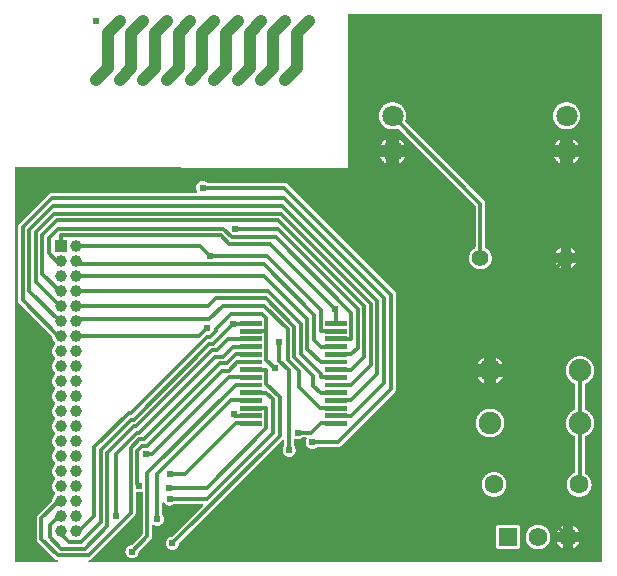
<source format=gbl>
G04 Layer: BottomLayer*
G04 EasyEDA v6.2.43, 2019-09-14T08:05:40+03:00*
G04 099efe80dd8e4075b8cc61d203687640,04130c9be27c403289d01f1062dd982b,10*
G04 Gerber Generator version 0.2*
G04 Scale: 100 percent, Rotated: No, Reflected: No *
G04 Dimensions in millimeters *
G04 leading zeros omitted , absolute positions ,3 integer and 3 decimal *
%FSLAX33Y33*%
%MOMM*%
G90*
G71D02*

%ADD11C,0.999998*%
%ADD12C,0.299999*%
%ADD13C,0.619760*%
%ADD14C,0.610006*%
%ADD21C,1.414780*%
%ADD22C,1.905000*%
%ADD23C,1.799996*%
%ADD24C,1.599997*%
%ADD25C,1.574800*%
%ADD26R,1.574800X1.574800*%
%ADD27R,0.999998X0.999998*%

%LPD*%
G36*
G01X49921Y46720D02*
G01X28549Y46720D01*
G01X28535Y46719D01*
G01X28520Y46716D01*
G01X28507Y46711D01*
G01X28494Y46704D01*
G01X28483Y46695D01*
G01X28472Y46685D01*
G01X28464Y46674D01*
G01X28457Y46661D01*
G01X28452Y46647D01*
G01X28449Y46633D01*
G01X28448Y46619D01*
G01X28448Y33655D01*
G01X371Y33771D01*
G01X370Y33771D01*
G01X356Y33769D01*
G01X342Y33766D01*
G01X328Y33761D01*
G01X315Y33754D01*
G01X304Y33746D01*
G01X294Y33735D01*
G01X285Y33724D01*
G01X278Y33711D01*
G01X273Y33698D01*
G01X270Y33683D01*
G01X269Y33669D01*
G01X269Y370D01*
G01X270Y356D01*
G01X273Y342D01*
G01X278Y328D01*
G01X285Y315D01*
G01X294Y304D01*
G01X304Y294D01*
G01X315Y285D01*
G01X328Y278D01*
G01X342Y273D01*
G01X356Y270D01*
G01X370Y269D01*
G01X3823Y269D01*
G01X3838Y270D01*
G01X3852Y273D01*
G01X3865Y278D01*
G01X3878Y285D01*
G01X3890Y294D01*
G01X3900Y304D01*
G01X3909Y315D01*
G01X3916Y328D01*
G01X3921Y342D01*
G01X3924Y356D01*
G01X3925Y370D01*
G01X3924Y385D01*
G01X3921Y399D01*
G01X3916Y413D01*
G01X3909Y425D01*
G01X3900Y437D01*
G01X3890Y447D01*
G01X3878Y456D01*
G01X3865Y463D01*
G01X3852Y468D01*
G01X3838Y471D01*
G01X3809Y476D01*
G01X3781Y483D01*
G01X3754Y492D01*
G01X3727Y504D01*
G01X3701Y517D01*
G01X3676Y531D01*
G01X3652Y548D01*
G01X3630Y566D01*
G01X3608Y586D01*
G01X2244Y1950D01*
G01X2225Y1971D01*
G01X2206Y1994D01*
G01X2190Y2017D01*
G01X2175Y2042D01*
G01X2162Y2068D01*
G01X2151Y2095D01*
G01X2142Y2123D01*
G01X2135Y2151D01*
G01X2129Y2179D01*
G01X2126Y2208D01*
G01X2125Y2237D01*
G01X2125Y3985D01*
G01X2126Y4014D01*
G01X2129Y4043D01*
G01X2135Y4071D01*
G01X2142Y4099D01*
G01X2151Y4127D01*
G01X2162Y4153D01*
G01X2175Y4179D01*
G01X2190Y4204D01*
G01X2206Y4228D01*
G01X2224Y4251D01*
G01X2244Y4272D01*
G01X3406Y5435D01*
G01X3415Y5447D01*
G01X3423Y5459D01*
G01X3429Y5473D01*
G01X3433Y5487D01*
G01X3435Y5502D01*
G01X3438Y5541D01*
G01X3443Y5580D01*
G01X3451Y5618D01*
G01X3460Y5656D01*
G01X3471Y5694D01*
G01X3484Y5731D01*
G01X3499Y5767D01*
G01X3516Y5803D01*
G01X3535Y5837D01*
G01X3555Y5871D01*
G01X3577Y5903D01*
G01X3601Y5935D01*
G01X3626Y5965D01*
G01X3653Y5993D01*
G01X3682Y6020D01*
G01X3693Y6033D01*
G01X3702Y6047D01*
G01X3709Y6062D01*
G01X3713Y6079D01*
G01X3715Y6096D01*
G01X3713Y6112D01*
G01X3709Y6129D01*
G01X3702Y6144D01*
G01X3693Y6158D01*
G01X3682Y6171D01*
G01X3653Y6198D01*
G01X3626Y6227D01*
G01X3601Y6257D01*
G01X3577Y6288D01*
G01X3555Y6321D01*
G01X3534Y6354D01*
G01X3516Y6389D01*
G01X3499Y6424D01*
G01X3484Y6461D01*
G01X3471Y6498D01*
G01X3459Y6536D01*
G01X3450Y6574D01*
G01X3443Y6613D01*
G01X3438Y6652D01*
G01X3435Y6691D01*
G01X3434Y6731D01*
G01X3435Y6770D01*
G01X3438Y6809D01*
G01X3443Y6848D01*
G01X3450Y6887D01*
G01X3459Y6925D01*
G01X3471Y6963D01*
G01X3484Y7000D01*
G01X3499Y7037D01*
G01X3516Y7072D01*
G01X3534Y7107D01*
G01X3555Y7140D01*
G01X3577Y7173D01*
G01X3601Y7204D01*
G01X3626Y7234D01*
G01X3653Y7263D01*
G01X3682Y7290D01*
G01X3693Y7303D01*
G01X3702Y7317D01*
G01X3709Y7332D01*
G01X3713Y7349D01*
G01X3715Y7366D01*
G01X3713Y7382D01*
G01X3709Y7399D01*
G01X3702Y7414D01*
G01X3693Y7428D01*
G01X3682Y7441D01*
G01X3653Y7468D01*
G01X3626Y7497D01*
G01X3601Y7527D01*
G01X3577Y7558D01*
G01X3555Y7591D01*
G01X3534Y7624D01*
G01X3516Y7659D01*
G01X3499Y7694D01*
G01X3484Y7731D01*
G01X3471Y7768D01*
G01X3459Y7806D01*
G01X3450Y7844D01*
G01X3443Y7883D01*
G01X3438Y7922D01*
G01X3435Y7961D01*
G01X3434Y8001D01*
G01X3435Y8040D01*
G01X3438Y8079D01*
G01X3443Y8118D01*
G01X3450Y8157D01*
G01X3459Y8195D01*
G01X3471Y8233D01*
G01X3484Y8270D01*
G01X3499Y8307D01*
G01X3516Y8342D01*
G01X3534Y8377D01*
G01X3555Y8410D01*
G01X3577Y8443D01*
G01X3601Y8474D01*
G01X3626Y8504D01*
G01X3653Y8533D01*
G01X3682Y8560D01*
G01X3693Y8573D01*
G01X3702Y8587D01*
G01X3709Y8602D01*
G01X3713Y8619D01*
G01X3715Y8636D01*
G01X3713Y8652D01*
G01X3709Y8669D01*
G01X3702Y8684D01*
G01X3693Y8698D01*
G01X3682Y8711D01*
G01X3653Y8738D01*
G01X3626Y8767D01*
G01X3601Y8797D01*
G01X3577Y8828D01*
G01X3555Y8861D01*
G01X3534Y8894D01*
G01X3516Y8929D01*
G01X3499Y8964D01*
G01X3484Y9001D01*
G01X3471Y9038D01*
G01X3459Y9076D01*
G01X3450Y9114D01*
G01X3443Y9153D01*
G01X3438Y9192D01*
G01X3435Y9231D01*
G01X3434Y9271D01*
G01X3435Y9310D01*
G01X3438Y9349D01*
G01X3443Y9388D01*
G01X3450Y9427D01*
G01X3459Y9465D01*
G01X3471Y9503D01*
G01X3484Y9540D01*
G01X3499Y9577D01*
G01X3516Y9612D01*
G01X3534Y9647D01*
G01X3555Y9680D01*
G01X3577Y9713D01*
G01X3601Y9744D01*
G01X3626Y9774D01*
G01X3653Y9803D01*
G01X3682Y9830D01*
G01X3693Y9843D01*
G01X3702Y9857D01*
G01X3709Y9872D01*
G01X3713Y9889D01*
G01X3715Y9906D01*
G01X3713Y9922D01*
G01X3709Y9939D01*
G01X3702Y9954D01*
G01X3693Y9968D01*
G01X3682Y9981D01*
G01X3653Y10008D01*
G01X3626Y10037D01*
G01X3601Y10067D01*
G01X3577Y10098D01*
G01X3555Y10131D01*
G01X3534Y10164D01*
G01X3516Y10199D01*
G01X3499Y10234D01*
G01X3484Y10271D01*
G01X3471Y10308D01*
G01X3459Y10346D01*
G01X3450Y10384D01*
G01X3443Y10423D01*
G01X3438Y10462D01*
G01X3435Y10501D01*
G01X3434Y10541D01*
G01X3435Y10580D01*
G01X3438Y10619D01*
G01X3443Y10658D01*
G01X3450Y10697D01*
G01X3459Y10735D01*
G01X3471Y10773D01*
G01X3484Y10810D01*
G01X3499Y10847D01*
G01X3516Y10882D01*
G01X3534Y10917D01*
G01X3555Y10950D01*
G01X3577Y10983D01*
G01X3601Y11014D01*
G01X3626Y11044D01*
G01X3653Y11073D01*
G01X3682Y11100D01*
G01X3693Y11113D01*
G01X3702Y11127D01*
G01X3709Y11142D01*
G01X3713Y11159D01*
G01X3715Y11176D01*
G01X3713Y11192D01*
G01X3709Y11209D01*
G01X3702Y11224D01*
G01X3693Y11238D01*
G01X3682Y11251D01*
G01X3653Y11278D01*
G01X3626Y11307D01*
G01X3601Y11337D01*
G01X3577Y11368D01*
G01X3555Y11401D01*
G01X3534Y11434D01*
G01X3516Y11469D01*
G01X3499Y11504D01*
G01X3484Y11541D01*
G01X3471Y11578D01*
G01X3459Y11616D01*
G01X3450Y11654D01*
G01X3443Y11693D01*
G01X3438Y11732D01*
G01X3435Y11771D01*
G01X3434Y11811D01*
G01X3435Y11850D01*
G01X3438Y11889D01*
G01X3443Y11928D01*
G01X3450Y11967D01*
G01X3459Y12005D01*
G01X3471Y12043D01*
G01X3484Y12080D01*
G01X3499Y12117D01*
G01X3516Y12152D01*
G01X3534Y12187D01*
G01X3555Y12220D01*
G01X3577Y12253D01*
G01X3601Y12284D01*
G01X3626Y12314D01*
G01X3653Y12343D01*
G01X3682Y12370D01*
G01X3693Y12383D01*
G01X3702Y12397D01*
G01X3709Y12412D01*
G01X3713Y12429D01*
G01X3715Y12446D01*
G01X3713Y12462D01*
G01X3709Y12479D01*
G01X3702Y12494D01*
G01X3693Y12508D01*
G01X3682Y12521D01*
G01X3653Y12548D01*
G01X3626Y12577D01*
G01X3601Y12607D01*
G01X3577Y12638D01*
G01X3555Y12671D01*
G01X3534Y12704D01*
G01X3516Y12739D01*
G01X3499Y12774D01*
G01X3484Y12811D01*
G01X3471Y12848D01*
G01X3459Y12886D01*
G01X3450Y12924D01*
G01X3443Y12963D01*
G01X3438Y13002D01*
G01X3435Y13041D01*
G01X3434Y13081D01*
G01X3435Y13120D01*
G01X3438Y13159D01*
G01X3443Y13198D01*
G01X3450Y13237D01*
G01X3459Y13275D01*
G01X3471Y13313D01*
G01X3484Y13350D01*
G01X3499Y13387D01*
G01X3516Y13422D01*
G01X3534Y13457D01*
G01X3555Y13490D01*
G01X3577Y13523D01*
G01X3601Y13554D01*
G01X3626Y13584D01*
G01X3653Y13613D01*
G01X3682Y13640D01*
G01X3693Y13653D01*
G01X3702Y13667D01*
G01X3709Y13682D01*
G01X3713Y13699D01*
G01X3715Y13716D01*
G01X3713Y13732D01*
G01X3709Y13749D01*
G01X3702Y13764D01*
G01X3693Y13778D01*
G01X3682Y13791D01*
G01X3653Y13818D01*
G01X3626Y13847D01*
G01X3601Y13877D01*
G01X3577Y13908D01*
G01X3555Y13941D01*
G01X3534Y13974D01*
G01X3516Y14009D01*
G01X3499Y14044D01*
G01X3484Y14081D01*
G01X3471Y14118D01*
G01X3459Y14156D01*
G01X3450Y14194D01*
G01X3443Y14233D01*
G01X3438Y14272D01*
G01X3435Y14311D01*
G01X3434Y14351D01*
G01X3435Y14390D01*
G01X3438Y14429D01*
G01X3443Y14468D01*
G01X3450Y14507D01*
G01X3459Y14545D01*
G01X3471Y14583D01*
G01X3484Y14620D01*
G01X3499Y14657D01*
G01X3516Y14692D01*
G01X3534Y14727D01*
G01X3555Y14760D01*
G01X3577Y14793D01*
G01X3601Y14824D01*
G01X3626Y14854D01*
G01X3653Y14883D01*
G01X3682Y14910D01*
G01X3693Y14923D01*
G01X3702Y14937D01*
G01X3709Y14952D01*
G01X3713Y14969D01*
G01X3715Y14986D01*
G01X3713Y15002D01*
G01X3709Y15019D01*
G01X3702Y15034D01*
G01X3693Y15048D01*
G01X3682Y15061D01*
G01X3653Y15088D01*
G01X3626Y15117D01*
G01X3601Y15147D01*
G01X3577Y15178D01*
G01X3555Y15211D01*
G01X3534Y15244D01*
G01X3516Y15279D01*
G01X3499Y15314D01*
G01X3484Y15351D01*
G01X3471Y15388D01*
G01X3459Y15426D01*
G01X3450Y15464D01*
G01X3443Y15503D01*
G01X3438Y15542D01*
G01X3435Y15581D01*
G01X3434Y15621D01*
G01X3435Y15660D01*
G01X3438Y15699D01*
G01X3443Y15738D01*
G01X3450Y15777D01*
G01X3459Y15815D01*
G01X3471Y15853D01*
G01X3484Y15890D01*
G01X3499Y15927D01*
G01X3516Y15962D01*
G01X3534Y15997D01*
G01X3555Y16030D01*
G01X3577Y16063D01*
G01X3601Y16094D01*
G01X3626Y16124D01*
G01X3653Y16153D01*
G01X3682Y16180D01*
G01X3693Y16193D01*
G01X3702Y16207D01*
G01X3709Y16222D01*
G01X3713Y16239D01*
G01X3715Y16256D01*
G01X3713Y16272D01*
G01X3709Y16289D01*
G01X3702Y16304D01*
G01X3693Y16318D01*
G01X3682Y16331D01*
G01X3653Y16358D01*
G01X3626Y16387D01*
G01X3601Y16417D01*
G01X3577Y16448D01*
G01X3555Y16481D01*
G01X3534Y16514D01*
G01X3516Y16549D01*
G01X3499Y16584D01*
G01X3484Y16621D01*
G01X3471Y16658D01*
G01X3459Y16696D01*
G01X3450Y16734D01*
G01X3443Y16773D01*
G01X3438Y16812D01*
G01X3435Y16851D01*
G01X3434Y16891D01*
G01X3435Y16930D01*
G01X3438Y16969D01*
G01X3443Y17008D01*
G01X3450Y17047D01*
G01X3459Y17085D01*
G01X3471Y17123D01*
G01X3484Y17160D01*
G01X3499Y17197D01*
G01X3516Y17232D01*
G01X3534Y17267D01*
G01X3555Y17300D01*
G01X3577Y17333D01*
G01X3601Y17364D01*
G01X3626Y17394D01*
G01X3653Y17423D01*
G01X3682Y17450D01*
G01X3693Y17463D01*
G01X3702Y17477D01*
G01X3709Y17492D01*
G01X3713Y17509D01*
G01X3715Y17526D01*
G01X3713Y17542D01*
G01X3709Y17559D01*
G01X3702Y17574D01*
G01X3693Y17588D01*
G01X3682Y17601D01*
G01X3653Y17628D01*
G01X3626Y17657D01*
G01X3601Y17687D01*
G01X3577Y17718D01*
G01X3555Y17751D01*
G01X3534Y17784D01*
G01X3516Y17819D01*
G01X3499Y17854D01*
G01X3484Y17891D01*
G01X3471Y17928D01*
G01X3459Y17966D01*
G01X3450Y18004D01*
G01X3443Y18043D01*
G01X3438Y18082D01*
G01X3435Y18121D01*
G01X3434Y18161D01*
G01X3435Y18200D01*
G01X3438Y18239D01*
G01X3443Y18278D01*
G01X3450Y18317D01*
G01X3459Y18355D01*
G01X3471Y18393D01*
G01X3484Y18430D01*
G01X3499Y18467D01*
G01X3516Y18502D01*
G01X3534Y18537D01*
G01X3555Y18570D01*
G01X3577Y18603D01*
G01X3601Y18634D01*
G01X3626Y18664D01*
G01X3653Y18693D01*
G01X3682Y18720D01*
G01X3693Y18733D01*
G01X3702Y18747D01*
G01X3709Y18762D01*
G01X3713Y18779D01*
G01X3715Y18796D01*
G01X3713Y18812D01*
G01X3709Y18829D01*
G01X3702Y18844D01*
G01X3693Y18858D01*
G01X3682Y18871D01*
G01X3653Y18898D01*
G01X3626Y18927D01*
G01X3601Y18957D01*
G01X3577Y18988D01*
G01X3555Y19021D01*
G01X3534Y19054D01*
G01X3515Y19089D01*
G01X3499Y19125D01*
G01X3484Y19161D01*
G01X3470Y19198D01*
G01X3459Y19236D01*
G01X3450Y19275D01*
G01X3443Y19313D01*
G01X3438Y19352D01*
G01X3435Y19369D01*
G01X3429Y19386D01*
G01X3420Y19401D01*
G01X3409Y19414D01*
G01X662Y22161D01*
G01X642Y22182D01*
G01X624Y22204D01*
G01X607Y22228D01*
G01X593Y22253D01*
G01X580Y22279D01*
G01X569Y22306D01*
G01X559Y22333D01*
G01X552Y22362D01*
G01X547Y22390D01*
G01X544Y22419D01*
G01X543Y22448D01*
G01X543Y28648D01*
G01X544Y28677D01*
G01X547Y28706D01*
G01X552Y28735D01*
G01X559Y28763D01*
G01X569Y28790D01*
G01X580Y28817D01*
G01X593Y28843D01*
G01X607Y28868D01*
G01X624Y28892D01*
G01X642Y28914D01*
G01X662Y28936D01*
G01X3128Y31402D01*
G01X3150Y31422D01*
G01X3172Y31440D01*
G01X3196Y31457D01*
G01X3221Y31471D01*
G01X3247Y31484D01*
G01X3274Y31495D01*
G01X3301Y31505D01*
G01X3329Y31512D01*
G01X3358Y31517D01*
G01X3387Y31520D01*
G01X3416Y31521D01*
G01X15627Y31521D01*
G01X15641Y31522D01*
G01X15656Y31525D01*
G01X15669Y31530D01*
G01X15682Y31537D01*
G01X15693Y31546D01*
G01X15704Y31556D01*
G01X15712Y31568D01*
G01X15719Y31580D01*
G01X15724Y31594D01*
G01X15727Y31608D01*
G01X15729Y31623D01*
G01X15727Y31637D01*
G01X15724Y31652D01*
G01X15719Y31665D01*
G01X15712Y31678D01*
G01X15693Y31709D01*
G01X15676Y31741D01*
G01X15662Y31774D01*
G01X15649Y31808D01*
G01X15639Y31843D01*
G01X15631Y31878D01*
G01X15625Y31914D01*
G01X15621Y31950D01*
G01X15620Y31986D01*
G01X15621Y32020D01*
G01X15624Y32053D01*
G01X15629Y32087D01*
G01X15637Y32120D01*
G01X15646Y32153D01*
G01X15657Y32185D01*
G01X15670Y32216D01*
G01X15685Y32247D01*
G01X15701Y32276D01*
G01X15720Y32305D01*
G01X15740Y32332D01*
G01X15762Y32358D01*
G01X15785Y32383D01*
G01X15809Y32406D01*
G01X15836Y32428D01*
G01X15863Y32448D01*
G01X15891Y32466D01*
G01X15921Y32483D01*
G01X15951Y32498D01*
G01X15983Y32511D01*
G01X16015Y32522D01*
G01X16047Y32531D01*
G01X16081Y32538D01*
G01X16114Y32543D01*
G01X16148Y32546D01*
G01X16182Y32547D01*
G01X16217Y32546D01*
G01X16253Y32543D01*
G01X16288Y32537D01*
G01X16323Y32529D01*
G01X16357Y32519D01*
G01X16390Y32507D01*
G01X16423Y32493D01*
G01X16455Y32476D01*
G01X16485Y32458D01*
G01X16515Y32438D01*
G01X16543Y32416D01*
G01X16557Y32406D01*
G01X16573Y32398D01*
G01X16590Y32394D01*
G01X16608Y32392D01*
G01X23093Y32392D01*
G01X23122Y32391D01*
G01X23151Y32388D01*
G01X23180Y32383D01*
G01X23208Y32376D01*
G01X23235Y32367D01*
G01X23262Y32356D01*
G01X23288Y32343D01*
G01X23313Y32328D01*
G01X23337Y32311D01*
G01X23359Y32293D01*
G01X23381Y32273D01*
G01X32446Y23211D01*
G01X32466Y23189D01*
G01X32484Y23167D01*
G01X32500Y23143D01*
G01X32515Y23118D01*
G01X32528Y23092D01*
G01X32539Y23065D01*
G01X32549Y23038D01*
G01X32556Y23009D01*
G01X32561Y22981D01*
G01X32564Y22952D01*
G01X32565Y22923D01*
G01X32565Y14970D01*
G01X32564Y14941D01*
G01X32561Y14912D01*
G01X32556Y14884D01*
G01X32549Y14856D01*
G01X32539Y14828D01*
G01X32528Y14801D01*
G01X32515Y14775D01*
G01X32500Y14750D01*
G01X32484Y14727D01*
G01X32466Y14704D01*
G01X32446Y14683D01*
G01X27902Y10139D01*
G01X27881Y10119D01*
G01X27858Y10101D01*
G01X27834Y10084D01*
G01X27809Y10069D01*
G01X27783Y10056D01*
G01X27756Y10045D01*
G01X27729Y10036D01*
G01X27701Y10029D01*
G01X27672Y10024D01*
G01X27643Y10021D01*
G01X27614Y10020D01*
G01X25892Y10020D01*
G01X25874Y10018D01*
G01X25857Y10014D01*
G01X25841Y10006D01*
G01X25826Y9996D01*
G01X25798Y9974D01*
G01X25769Y9954D01*
G01X25738Y9935D01*
G01X25707Y9919D01*
G01X25674Y9905D01*
G01X25641Y9893D01*
G01X25607Y9883D01*
G01X25572Y9875D01*
G01X25537Y9869D01*
G01X25501Y9866D01*
G01X25466Y9865D01*
G01X25432Y9866D01*
G01X25398Y9869D01*
G01X25364Y9874D01*
G01X25331Y9881D01*
G01X25298Y9890D01*
G01X25266Y9901D01*
G01X25235Y9914D01*
G01X25205Y9929D01*
G01X25175Y9946D01*
G01X25147Y9964D01*
G01X25119Y9984D01*
G01X25093Y10006D01*
G01X25068Y10029D01*
G01X25045Y10054D01*
G01X25024Y10080D01*
G01X25003Y10107D01*
G01X24985Y10136D01*
G01X24968Y10165D01*
G01X24953Y10196D01*
G01X24940Y10227D01*
G01X24929Y10259D01*
G01X24920Y10292D01*
G01X24913Y10325D01*
G01X24908Y10359D01*
G01X24905Y10392D01*
G01X24904Y10426D01*
G01X24905Y10461D01*
G01X24908Y10495D01*
G01X24914Y10530D01*
G01X24921Y10564D01*
G01X24931Y10597D01*
G01X24942Y10630D01*
G01X24956Y10662D01*
G01X24971Y10693D01*
G01X24978Y10708D01*
G01X24982Y10724D01*
G01X24983Y10741D01*
G01X24982Y10755D01*
G01X24979Y10770D01*
G01X24974Y10783D01*
G01X24967Y10796D01*
G01X24959Y10808D01*
G01X24948Y10818D01*
G01X24937Y10826D01*
G01X24924Y10833D01*
G01X24911Y10839D01*
G01X24896Y10842D01*
G01X24882Y10843D01*
G01X24655Y10843D01*
G01X24637Y10841D01*
G01X24620Y10836D01*
G01X24604Y10829D01*
G01X24589Y10819D01*
G01X24561Y10797D01*
G01X24532Y10777D01*
G01X24501Y10758D01*
G01X24470Y10742D01*
G01X24437Y10728D01*
G01X24404Y10716D01*
G01X24370Y10706D01*
G01X24335Y10698D01*
G01X24300Y10692D01*
G01X24264Y10689D01*
G01X24229Y10688D01*
G01X24192Y10689D01*
G01X24155Y10692D01*
G01X24119Y10698D01*
G01X24083Y10707D01*
G01X24048Y10717D01*
G01X24032Y10721D01*
G01X24015Y10723D01*
G01X24001Y10722D01*
G01X23987Y10719D01*
G01X23973Y10714D01*
G01X23960Y10707D01*
G01X23949Y10698D01*
G01X23939Y10688D01*
G01X23930Y10676D01*
G01X23923Y10663D01*
G01X23918Y10650D01*
G01X23915Y10636D01*
G01X23914Y10621D01*
G01X23914Y10182D01*
G01X23915Y10164D01*
G01X23920Y10147D01*
G01X23927Y10131D01*
G01X23937Y10116D01*
G01X23959Y10088D01*
G01X23980Y10059D01*
G01X23998Y10029D01*
G01X24014Y9997D01*
G01X24029Y9964D01*
G01X24041Y9931D01*
G01X24051Y9897D01*
G01X24059Y9862D01*
G01X24064Y9827D01*
G01X24068Y9791D01*
G01X24069Y9756D01*
G01X24068Y9722D01*
G01X24065Y9688D01*
G01X24060Y9654D01*
G01X24052Y9621D01*
G01X24043Y9589D01*
G01X24032Y9557D01*
G01X24019Y9525D01*
G01X24004Y9495D01*
G01X23988Y9465D01*
G01X23969Y9437D01*
G01X23949Y9409D01*
G01X23928Y9383D01*
G01X23880Y9335D01*
G01X23854Y9314D01*
G01X23826Y9293D01*
G01X23798Y9275D01*
G01X23768Y9258D01*
G01X23738Y9244D01*
G01X23706Y9231D01*
G01X23674Y9220D01*
G01X23642Y9210D01*
G01X23608Y9203D01*
G01X23575Y9198D01*
G01X23541Y9195D01*
G01X23507Y9194D01*
G01X23473Y9195D01*
G01X23440Y9198D01*
G01X23406Y9203D01*
G01X23373Y9210D01*
G01X23340Y9220D01*
G01X23308Y9231D01*
G01X23277Y9244D01*
G01X23246Y9258D01*
G01X23217Y9275D01*
G01X23188Y9293D01*
G01X23161Y9314D01*
G01X23135Y9335D01*
G01X23110Y9359D01*
G01X23087Y9383D01*
G01X23065Y9409D01*
G01X23045Y9437D01*
G01X23027Y9465D01*
G01X23010Y9495D01*
G01X22995Y9525D01*
G01X22982Y9557D01*
G01X22971Y9589D01*
G01X22962Y9621D01*
G01X22955Y9654D01*
G01X22950Y9688D01*
G01X22947Y9722D01*
G01X22946Y9756D01*
G01X22947Y9791D01*
G01X22950Y9827D01*
G01X22956Y9862D01*
G01X22964Y9897D01*
G01X22974Y9931D01*
G01X22986Y9964D01*
G01X23000Y9997D01*
G01X23016Y10029D01*
G01X23035Y10059D01*
G01X23055Y10088D01*
G01X23077Y10116D01*
G01X23087Y10131D01*
G01X23095Y10147D01*
G01X23099Y10164D01*
G01X23101Y10182D01*
G01X23101Y10538D01*
G01X23100Y10552D01*
G01X23097Y10567D01*
G01X23085Y10593D01*
G01X23076Y10605D01*
G01X23066Y10615D01*
G01X23054Y10623D01*
G01X23041Y10630D01*
G01X23028Y10635D01*
G01X23014Y10639D01*
G01X22999Y10640D01*
G01X22983Y10638D01*
G01X22968Y10635D01*
G01X22953Y10629D01*
G01X22939Y10620D01*
G01X22927Y10610D01*
G01X14208Y1888D01*
G01X14196Y1874D01*
G01X14188Y1859D01*
G01X14181Y1842D01*
G01X14178Y1825D01*
G01X14174Y1791D01*
G01X14168Y1756D01*
G01X14160Y1723D01*
G01X14149Y1690D01*
G01X14137Y1657D01*
G01X14123Y1626D01*
G01X14106Y1595D01*
G01X14088Y1565D01*
G01X14068Y1537D01*
G01X14046Y1510D01*
G01X14023Y1484D01*
G01X13998Y1460D01*
G01X13972Y1437D01*
G01X13944Y1416D01*
G01X13915Y1397D01*
G01X13885Y1380D01*
G01X13854Y1364D01*
G01X13822Y1351D01*
G01X13790Y1339D01*
G01X13756Y1330D01*
G01X13723Y1322D01*
G01X13688Y1317D01*
G01X13654Y1314D01*
G01X13619Y1312D01*
G01X13585Y1314D01*
G01X13551Y1317D01*
G01X13518Y1322D01*
G01X13485Y1329D01*
G01X13452Y1338D01*
G01X13420Y1349D01*
G01X13389Y1362D01*
G01X13358Y1377D01*
G01X13328Y1393D01*
G01X13300Y1412D01*
G01X13273Y1432D01*
G01X13247Y1454D01*
G01X13222Y1477D01*
G01X13199Y1502D01*
G01X13177Y1528D01*
G01X13157Y1555D01*
G01X13138Y1584D01*
G01X13122Y1613D01*
G01X13107Y1644D01*
G01X13094Y1675D01*
G01X13083Y1707D01*
G01X13074Y1740D01*
G01X13067Y1773D01*
G01X13062Y1806D01*
G01X13058Y1840D01*
G01X13057Y1874D01*
G01X13059Y1909D01*
G01X13062Y1943D01*
G01X13067Y1978D01*
G01X13075Y2011D01*
G01X13084Y2045D01*
G01X13096Y2077D01*
G01X13109Y2109D01*
G01X13125Y2140D01*
G01X13142Y2170D01*
G01X13161Y2199D01*
G01X13182Y2227D01*
G01X13205Y2253D01*
G01X13229Y2278D01*
G01X13255Y2301D01*
G01X13282Y2323D01*
G01X13310Y2343D01*
G01X13340Y2361D01*
G01X13370Y2378D01*
G01X13402Y2392D01*
G01X13434Y2404D01*
G01X13468Y2415D01*
G01X13501Y2423D01*
G01X13535Y2429D01*
G01X13570Y2433D01*
G01X13587Y2436D01*
G01X13604Y2443D01*
G01X13619Y2451D01*
G01X13633Y2463D01*
G01X16222Y5053D01*
G01X16233Y5065D01*
G01X16241Y5079D01*
G01X16247Y5094D01*
G01X16251Y5109D01*
G01X16252Y5125D01*
G01X16251Y5140D01*
G01X16248Y5154D01*
G01X16243Y5167D01*
G01X16236Y5180D01*
G01X16227Y5192D01*
G01X16217Y5202D01*
G01X16206Y5211D01*
G01X16193Y5217D01*
G01X16179Y5223D01*
G01X16165Y5226D01*
G01X16151Y5227D01*
G01X13811Y5227D01*
G01X13794Y5225D01*
G01X13777Y5221D01*
G01X13761Y5213D01*
G01X13746Y5203D01*
G01X13718Y5181D01*
G01X13689Y5161D01*
G01X13658Y5142D01*
G01X13627Y5126D01*
G01X13594Y5112D01*
G01X13560Y5100D01*
G01X13526Y5090D01*
G01X13492Y5082D01*
G01X13456Y5076D01*
G01X13421Y5073D01*
G01X13385Y5072D01*
G01X13351Y5073D01*
G01X13316Y5076D01*
G01X13282Y5081D01*
G01X13249Y5089D01*
G01X13216Y5098D01*
G01X13183Y5109D01*
G01X13151Y5123D01*
G01X13120Y5138D01*
G01X13090Y5155D01*
G01X13062Y5174D01*
G01X13034Y5195D01*
G01X13008Y5217D01*
G01X12983Y5241D01*
G01X12960Y5267D01*
G01X12938Y5294D01*
G01X12928Y5305D01*
G01X12916Y5315D01*
G01X12902Y5323D01*
G01X12888Y5329D01*
G01X12873Y5333D01*
G01X12857Y5334D01*
G01X12843Y5333D01*
G01X12828Y5330D01*
G01X12815Y5325D01*
G01X12802Y5318D01*
G01X12791Y5309D01*
G01X12780Y5299D01*
G01X12772Y5287D01*
G01X12765Y5274D01*
G01X12760Y5261D01*
G01X12757Y5247D01*
G01X12756Y5232D01*
G01X12756Y4340D01*
G01X12757Y4322D01*
G01X12762Y4305D01*
G01X12769Y4289D01*
G01X12779Y4274D01*
G01X12801Y4246D01*
G01X12821Y4217D01*
G01X12840Y4187D01*
G01X12856Y4155D01*
G01X12870Y4122D01*
G01X12883Y4089D01*
G01X12893Y4055D01*
G01X12900Y4020D01*
G01X12906Y3985D01*
G01X12909Y3949D01*
G01X12911Y3914D01*
G01X12909Y3880D01*
G01X12906Y3846D01*
G01X12901Y3812D01*
G01X12894Y3779D01*
G01X12885Y3747D01*
G01X12874Y3715D01*
G01X12861Y3683D01*
G01X12846Y3653D01*
G01X12830Y3623D01*
G01X12811Y3595D01*
G01X12791Y3567D01*
G01X12769Y3541D01*
G01X12746Y3517D01*
G01X12721Y3493D01*
G01X12695Y3472D01*
G01X12668Y3451D01*
G01X12639Y3433D01*
G01X12610Y3416D01*
G01X12579Y3402D01*
G01X12548Y3389D01*
G01X12516Y3378D01*
G01X12483Y3368D01*
G01X12450Y3361D01*
G01X12417Y3356D01*
G01X12383Y3353D01*
G01X12349Y3352D01*
G01X12312Y3353D01*
G01X12276Y3357D01*
G01X12240Y3363D01*
G01X12204Y3371D01*
G01X12169Y3382D01*
G01X12135Y3394D01*
G01X12102Y3409D01*
G01X12069Y3427D01*
G01X12054Y3434D01*
G01X12036Y3439D01*
G01X12019Y3440D01*
G01X12004Y3439D01*
G01X11990Y3436D01*
G01X11977Y3431D01*
G01X11964Y3424D01*
G01X11952Y3415D01*
G01X11942Y3405D01*
G01X11933Y3393D01*
G01X11927Y3381D01*
G01X11921Y3367D01*
G01X11918Y3353D01*
G01X11917Y3338D01*
G01X11917Y2473D01*
G01X11916Y2444D01*
G01X11913Y2416D01*
G01X11908Y2387D01*
G01X11901Y2359D01*
G01X11892Y2331D01*
G01X11881Y2305D01*
G01X11868Y2279D01*
G01X11853Y2254D01*
G01X11836Y2230D01*
G01X11818Y2207D01*
G01X11798Y2186D01*
G01X10794Y1182D01*
G01X10783Y1168D01*
G01X10774Y1153D01*
G01X10768Y1136D01*
G01X10765Y1119D01*
G01X10761Y1084D01*
G01X10754Y1050D01*
G01X10746Y1016D01*
G01X10736Y983D01*
G01X10723Y951D01*
G01X10709Y919D01*
G01X10692Y889D01*
G01X10674Y859D01*
G01X10654Y831D01*
G01X10633Y804D01*
G01X10609Y778D01*
G01X10585Y754D01*
G01X10558Y731D01*
G01X10531Y710D01*
G01X10502Y691D01*
G01X10472Y674D01*
G01X10441Y658D01*
G01X10409Y645D01*
G01X10376Y633D01*
G01X10343Y623D01*
G01X10309Y616D01*
G01X10274Y611D01*
G01X10240Y607D01*
G01X10205Y606D01*
G01X10171Y607D01*
G01X10138Y610D01*
G01X10104Y616D01*
G01X10071Y623D01*
G01X10038Y632D01*
G01X10006Y643D01*
G01X9975Y656D01*
G01X9944Y671D01*
G01X9915Y687D01*
G01X9886Y706D01*
G01X9859Y726D01*
G01X9833Y748D01*
G01X9808Y771D01*
G01X9785Y796D01*
G01X9763Y822D01*
G01X9743Y849D01*
G01X9725Y877D01*
G01X9708Y907D01*
G01X9693Y937D01*
G01X9680Y969D01*
G01X9669Y1001D01*
G01X9660Y1034D01*
G01X9653Y1067D01*
G01X9648Y1100D01*
G01X9645Y1134D01*
G01X9644Y1168D01*
G01X9645Y1203D01*
G01X9648Y1237D01*
G01X9653Y1271D01*
G01X9661Y1305D01*
G01X9670Y1339D01*
G01X9682Y1371D01*
G01X9695Y1403D01*
G01X9711Y1434D01*
G01X9728Y1464D01*
G01X9748Y1493D01*
G01X9769Y1521D01*
G01X9791Y1547D01*
G01X9815Y1572D01*
G01X9841Y1595D01*
G01X9868Y1617D01*
G01X9897Y1637D01*
G01X9926Y1655D01*
G01X9957Y1671D01*
G01X9988Y1686D01*
G01X10021Y1698D01*
G01X10054Y1709D01*
G01X10088Y1717D01*
G01X10122Y1723D01*
G01X10156Y1727D01*
G01X10174Y1730D01*
G01X10190Y1736D01*
G01X10205Y1745D01*
G01X10219Y1757D01*
G01X11074Y2612D01*
G01X11085Y2624D01*
G01X11093Y2638D01*
G01X11099Y2653D01*
G01X11103Y2668D01*
G01X11104Y2684D01*
G01X11104Y6137D01*
G01X11103Y6151D01*
G01X11100Y6165D01*
G01X11095Y6179D01*
G01X11088Y6191D01*
G01X11079Y6203D01*
G01X11069Y6213D01*
G01X11058Y6222D01*
G01X11045Y6229D01*
G01X11031Y6234D01*
G01X11017Y6237D01*
G01X11003Y6238D01*
G01X10987Y6237D01*
G01X10972Y6233D01*
G01X10939Y6224D01*
G01X10905Y6217D01*
G01X10871Y6211D01*
G01X10837Y6208D01*
G01X10802Y6207D01*
G01X10768Y6208D01*
G01X10733Y6211D01*
G01X10699Y6217D01*
G01X10666Y6224D01*
G01X10632Y6233D01*
G01X10617Y6237D01*
G01X10602Y6238D01*
G01X10587Y6237D01*
G01X10573Y6234D01*
G01X10559Y6229D01*
G01X10547Y6222D01*
G01X10535Y6213D01*
G01X10525Y6203D01*
G01X10516Y6191D01*
G01X10509Y6179D01*
G01X10504Y6165D01*
G01X10501Y6151D01*
G01X10500Y6137D01*
G01X10500Y4434D01*
G01X10499Y4405D01*
G01X10496Y4376D01*
G01X10491Y4348D01*
G01X10484Y4320D01*
G01X10474Y4292D01*
G01X10463Y4265D01*
G01X10450Y4240D01*
G01X10435Y4215D01*
G01X10419Y4191D01*
G01X10401Y4168D01*
G01X10381Y4147D01*
G01X6820Y586D01*
G01X6799Y566D01*
G01X6776Y548D01*
G01X6752Y531D01*
G01X6727Y517D01*
G01X6701Y504D01*
G01X6675Y492D01*
G01X6647Y483D01*
G01X6619Y476D01*
G01X6591Y471D01*
G01X6576Y468D01*
G01X6563Y463D01*
G01X6550Y456D01*
G01X6538Y447D01*
G01X6528Y437D01*
G01X6520Y425D01*
G01X6513Y413D01*
G01X6508Y399D01*
G01X6504Y385D01*
G01X6503Y370D01*
G01X6504Y356D01*
G01X6508Y342D01*
G01X6513Y328D01*
G01X6520Y315D01*
G01X6528Y304D01*
G01X6538Y294D01*
G01X6550Y285D01*
G01X6563Y278D01*
G01X6576Y273D01*
G01X6591Y270D01*
G01X6605Y269D01*
G01X49921Y269D01*
G01X49935Y270D01*
G01X49949Y273D01*
G01X49963Y278D01*
G01X49976Y285D01*
G01X49987Y294D01*
G01X49997Y304D01*
G01X50006Y315D01*
G01X50013Y328D01*
G01X50018Y342D01*
G01X50021Y356D01*
G01X50022Y370D01*
G01X50022Y46619D01*
G01X50021Y46633D01*
G01X50018Y46647D01*
G01X50013Y46661D01*
G01X50006Y46674D01*
G01X49997Y46685D01*
G01X49987Y46695D01*
G01X49976Y46704D01*
G01X49963Y46711D01*
G01X49949Y46716D01*
G01X49935Y46719D01*
G01X49921Y46720D01*
G37*

%LPC*%
G36*
G01X32307Y39231D02*
G01X32258Y39232D01*
G01X32208Y39231D01*
G01X32159Y39228D01*
G01X32111Y39223D01*
G01X32062Y39216D01*
G01X32014Y39206D01*
G01X31966Y39195D01*
G01X31919Y39181D01*
G01X31872Y39166D01*
G01X31826Y39149D01*
G01X31781Y39129D01*
G01X31737Y39108D01*
G01X31693Y39085D01*
G01X31651Y39060D01*
G01X31610Y39034D01*
G01X31570Y39005D01*
G01X31531Y38975D01*
G01X31493Y38944D01*
G01X31457Y38911D01*
G01X31423Y38876D01*
G01X31389Y38840D01*
G01X31358Y38802D01*
G01X31328Y38763D01*
G01X31299Y38723D01*
G01X31273Y38682D01*
G01X31248Y38640D01*
G01X31225Y38596D01*
G01X31204Y38552D01*
G01X31184Y38507D01*
G01X31167Y38461D01*
G01X31152Y38414D01*
G01X31138Y38367D01*
G01X31127Y38319D01*
G01X31118Y38271D01*
G01X31110Y38223D01*
G01X31105Y38174D01*
G01X31102Y38125D01*
G01X31101Y38076D01*
G01X31102Y38027D01*
G01X31105Y37978D01*
G01X31110Y37929D01*
G01X31118Y37880D01*
G01X31127Y37832D01*
G01X31138Y37784D01*
G01X31152Y37737D01*
G01X31167Y37690D01*
G01X31184Y37644D01*
G01X31204Y37599D01*
G01X31225Y37555D01*
G01X31248Y37512D01*
G01X31273Y37469D01*
G01X31299Y37428D01*
G01X31328Y37388D01*
G01X31358Y37349D01*
G01X31389Y37312D01*
G01X31423Y37275D01*
G01X31457Y37241D01*
G01X31493Y37207D01*
G01X31531Y37176D01*
G01X31570Y37146D01*
G01X31610Y37117D01*
G01X31651Y37091D01*
G01X31693Y37066D01*
G01X31737Y37043D01*
G01X31781Y37022D01*
G01X31826Y37002D01*
G01X31872Y36985D01*
G01X31919Y36970D01*
G01X31966Y36956D01*
G01X32014Y36945D01*
G01X32062Y36936D01*
G01X32111Y36928D01*
G01X32159Y36923D01*
G01X32208Y36920D01*
G01X32258Y36919D01*
G01X32311Y36920D01*
G01X32364Y36924D01*
G01X32418Y36930D01*
G01X32470Y36939D01*
G01X32523Y36950D01*
G01X32575Y36963D01*
G01X32626Y36979D01*
G01X32676Y36997D01*
G01X32694Y37003D01*
G01X32713Y37004D01*
G01X32729Y37003D01*
G01X32744Y36999D01*
G01X32759Y36993D01*
G01X32772Y36985D01*
G01X32785Y36975D01*
G01X39263Y30496D01*
G01X39274Y30484D01*
G01X39282Y30470D01*
G01X39288Y30455D01*
G01X39292Y30440D01*
G01X39293Y30424D01*
G01X39293Y26971D01*
G01X39292Y26956D01*
G01X39288Y26940D01*
G01X39283Y26926D01*
G01X39275Y26913D01*
G01X39265Y26901D01*
G01X39253Y26890D01*
G01X39240Y26882D01*
G01X39201Y26859D01*
G01X39163Y26835D01*
G01X39126Y26809D01*
G01X39091Y26782D01*
G01X39057Y26752D01*
G01X39024Y26722D01*
G01X38992Y26689D01*
G01X38963Y26656D01*
G01X38934Y26621D01*
G01X38908Y26584D01*
G01X38883Y26547D01*
G01X38860Y26508D01*
G01X38839Y26468D01*
G01X38820Y26428D01*
G01X38802Y26386D01*
G01X38787Y26344D01*
G01X38773Y26301D01*
G01X38762Y26257D01*
G01X38753Y26213D01*
G01X38745Y26169D01*
G01X38740Y26124D01*
G01X38737Y26079D01*
G01X38736Y26035D01*
G01X38737Y25990D01*
G01X38740Y25946D01*
G01X38745Y25901D01*
G01X38752Y25857D01*
G01X38761Y25814D01*
G01X38773Y25771D01*
G01X38786Y25728D01*
G01X38801Y25686D01*
G01X38818Y25645D01*
G01X38837Y25605D01*
G01X38858Y25565D01*
G01X38880Y25527D01*
G01X38904Y25490D01*
G01X38930Y25454D01*
G01X38958Y25419D01*
G01X38987Y25385D01*
G01X39018Y25353D01*
G01X39050Y25322D01*
G01X39084Y25293D01*
G01X39119Y25265D01*
G01X39155Y25239D01*
G01X39192Y25215D01*
G01X39231Y25192D01*
G01X39270Y25172D01*
G01X39310Y25153D01*
G01X39351Y25136D01*
G01X39393Y25121D01*
G01X39436Y25107D01*
G01X39479Y25096D01*
G01X39523Y25087D01*
G01X39567Y25080D01*
G01X39611Y25075D01*
G01X39655Y25072D01*
G01X39700Y25071D01*
G01X39744Y25072D01*
G01X39789Y25075D01*
G01X39833Y25080D01*
G01X39877Y25087D01*
G01X39920Y25096D01*
G01X39963Y25107D01*
G01X40006Y25121D01*
G01X40048Y25136D01*
G01X40089Y25153D01*
G01X40129Y25172D01*
G01X40169Y25192D01*
G01X40207Y25215D01*
G01X40244Y25239D01*
G01X40281Y25265D01*
G01X40316Y25293D01*
G01X40349Y25322D01*
G01X40381Y25353D01*
G01X40412Y25385D01*
G01X40441Y25419D01*
G01X40469Y25454D01*
G01X40495Y25490D01*
G01X40519Y25527D01*
G01X40542Y25565D01*
G01X40563Y25605D01*
G01X40581Y25645D01*
G01X40599Y25686D01*
G01X40614Y25728D01*
G01X40627Y25771D01*
G01X40638Y25814D01*
G01X40647Y25857D01*
G01X40654Y25901D01*
G01X40660Y25946D01*
G01X40663Y25990D01*
G01X40664Y26034D01*
G01X40663Y26079D01*
G01X40659Y26124D01*
G01X40654Y26169D01*
G01X40647Y26213D01*
G01X40637Y26257D01*
G01X40626Y26301D01*
G01X40613Y26344D01*
G01X40597Y26386D01*
G01X40580Y26428D01*
G01X40560Y26468D01*
G01X40539Y26508D01*
G01X40516Y26547D01*
G01X40492Y26584D01*
G01X40465Y26621D01*
G01X40437Y26656D01*
G01X40407Y26689D01*
G01X40376Y26722D01*
G01X40343Y26752D01*
G01X40309Y26782D01*
G01X40273Y26809D01*
G01X40236Y26835D01*
G01X40198Y26859D01*
G01X40159Y26882D01*
G01X40146Y26890D01*
G01X40135Y26901D01*
G01X40125Y26913D01*
G01X40117Y26926D01*
G01X40111Y26940D01*
G01X40107Y26956D01*
G01X40106Y26971D01*
G01X40106Y30634D01*
G01X40105Y30663D01*
G01X40102Y30692D01*
G01X40097Y30721D01*
G01X40090Y30749D01*
G01X40081Y30777D01*
G01X40070Y30803D01*
G01X40057Y30829D01*
G01X40042Y30854D01*
G01X40025Y30878D01*
G01X40007Y30901D01*
G01X39987Y30922D01*
G01X33359Y37550D01*
G01X33349Y37562D01*
G01X33340Y37576D01*
G01X33334Y37590D01*
G01X33331Y37606D01*
G01X33329Y37622D01*
G01X33331Y37640D01*
G01X33336Y37658D01*
G01X33354Y37709D01*
G01X33370Y37760D01*
G01X33383Y37811D01*
G01X33394Y37863D01*
G01X33403Y37916D01*
G01X33409Y37969D01*
G01X33413Y38022D01*
G01X33414Y38076D01*
G01X33413Y38125D01*
G01X33410Y38174D01*
G01X33405Y38223D01*
G01X33397Y38271D01*
G01X33388Y38319D01*
G01X33377Y38367D01*
G01X33363Y38414D01*
G01X33348Y38461D01*
G01X33331Y38507D01*
G01X33311Y38552D01*
G01X33290Y38596D01*
G01X33267Y38640D01*
G01X33242Y38682D01*
G01X33216Y38723D01*
G01X33187Y38763D01*
G01X33157Y38802D01*
G01X33126Y38840D01*
G01X33092Y38876D01*
G01X33058Y38911D01*
G01X33022Y38944D01*
G01X32984Y38975D01*
G01X32945Y39005D01*
G01X32905Y39034D01*
G01X32864Y39060D01*
G01X32822Y39085D01*
G01X32778Y39108D01*
G01X32734Y39129D01*
G01X32689Y39149D01*
G01X32643Y39166D01*
G01X32596Y39181D01*
G01X32549Y39195D01*
G01X32501Y39206D01*
G01X32453Y39216D01*
G01X32404Y39223D01*
G01X32356Y39228D01*
G01X32307Y39231D01*
G37*
G36*
G01X48182Y17718D02*
G01X48133Y17719D01*
G01X48083Y17718D01*
G01X48033Y17714D01*
G01X47983Y17709D01*
G01X47933Y17702D01*
G01X47884Y17693D01*
G01X47836Y17682D01*
G01X47788Y17668D01*
G01X47740Y17653D01*
G01X47693Y17636D01*
G01X47647Y17617D01*
G01X47601Y17596D01*
G01X47557Y17573D01*
G01X47514Y17548D01*
G01X47471Y17522D01*
G01X47430Y17493D01*
G01X47390Y17464D01*
G01X47351Y17432D01*
G01X47314Y17399D01*
G01X47278Y17364D01*
G01X47243Y17328D01*
G01X47210Y17291D01*
G01X47178Y17252D01*
G01X47149Y17212D01*
G01X47120Y17171D01*
G01X47094Y17128D01*
G01X47069Y17085D01*
G01X47046Y17041D01*
G01X47025Y16995D01*
G01X47006Y16949D01*
G01X46989Y16902D01*
G01X46974Y16854D01*
G01X46960Y16806D01*
G01X46949Y16758D01*
G01X46940Y16709D01*
G01X46933Y16659D01*
G01X46928Y16609D01*
G01X46924Y16559D01*
G01X46923Y16509D01*
G01X46925Y16459D01*
G01X46928Y16408D01*
G01X46933Y16358D01*
G01X46940Y16308D01*
G01X46950Y16258D01*
G01X46961Y16209D01*
G01X46975Y16160D01*
G01X46991Y16112D01*
G01X47008Y16064D01*
G01X47028Y16018D01*
G01X47050Y15972D01*
G01X47073Y15927D01*
G01X47098Y15883D01*
G01X47125Y15841D01*
G01X47154Y15799D01*
G01X47185Y15759D01*
G01X47217Y15720D01*
G01X47251Y15682D01*
G01X47286Y15646D01*
G01X47323Y15611D01*
G01X47362Y15578D01*
G01X47401Y15547D01*
G01X47442Y15517D01*
G01X47484Y15489D01*
G01X47528Y15463D01*
G01X47572Y15438D01*
G01X47618Y15416D01*
G01X47664Y15395D01*
G01X47677Y15388D01*
G01X47689Y15380D01*
G01X47700Y15369D01*
G01X47709Y15358D01*
G01X47716Y15345D01*
G01X47722Y15331D01*
G01X47725Y15316D01*
G01X47726Y15301D01*
G01X47726Y13273D01*
G01X47725Y13258D01*
G01X47722Y13243D01*
G01X47716Y13229D01*
G01X47709Y13216D01*
G01X47700Y13205D01*
G01X47689Y13194D01*
G01X47677Y13186D01*
G01X47664Y13179D01*
G01X47618Y13158D01*
G01X47572Y13136D01*
G01X47528Y13111D01*
G01X47484Y13085D01*
G01X47442Y13057D01*
G01X47401Y13027D01*
G01X47362Y12996D01*
G01X47323Y12963D01*
G01X47286Y12928D01*
G01X47251Y12892D01*
G01X47217Y12854D01*
G01X47185Y12815D01*
G01X47154Y12775D01*
G01X47125Y12733D01*
G01X47098Y12691D01*
G01X47073Y12647D01*
G01X47050Y12602D01*
G01X47028Y12556D01*
G01X47008Y12510D01*
G01X46991Y12462D01*
G01X46975Y12414D01*
G01X46961Y12365D01*
G01X46950Y12316D01*
G01X46940Y12266D01*
G01X46933Y12216D01*
G01X46928Y12166D01*
G01X46925Y12115D01*
G01X46923Y12064D01*
G01X46925Y12014D01*
G01X46928Y11963D01*
G01X46933Y11913D01*
G01X46940Y11863D01*
G01X46950Y11813D01*
G01X46961Y11764D01*
G01X46975Y11715D01*
G01X46991Y11667D01*
G01X47008Y11619D01*
G01X47028Y11573D01*
G01X47050Y11527D01*
G01X47073Y11482D01*
G01X47098Y11438D01*
G01X47125Y11396D01*
G01X47154Y11354D01*
G01X47185Y11314D01*
G01X47217Y11275D01*
G01X47251Y11237D01*
G01X47286Y11201D01*
G01X47323Y11166D01*
G01X47362Y11133D01*
G01X47401Y11102D01*
G01X47442Y11072D01*
G01X47484Y11044D01*
G01X47528Y11018D01*
G01X47572Y10993D01*
G01X47618Y10971D01*
G01X47664Y10950D01*
G01X47677Y10943D01*
G01X47689Y10935D01*
G01X47700Y10924D01*
G01X47709Y10913D01*
G01X47716Y10900D01*
G01X47722Y10886D01*
G01X47725Y10871D01*
G01X47726Y10856D01*
G01X47726Y7935D01*
G01X47725Y7920D01*
G01X47721Y7905D01*
G01X47716Y7891D01*
G01X47708Y7878D01*
G01X47699Y7866D01*
G01X47688Y7855D01*
G01X47675Y7847D01*
G01X47662Y7840D01*
G01X47619Y7822D01*
G01X47576Y7802D01*
G01X47535Y7780D01*
G01X47495Y7757D01*
G01X47455Y7731D01*
G01X47417Y7704D01*
G01X47380Y7675D01*
G01X47345Y7645D01*
G01X47311Y7613D01*
G01X47278Y7580D01*
G01X47247Y7545D01*
G01X47217Y7509D01*
G01X47189Y7471D01*
G01X47163Y7432D01*
G01X47138Y7393D01*
G01X47116Y7352D01*
G01X47095Y7310D01*
G01X47076Y7267D01*
G01X47058Y7224D01*
G01X47043Y7180D01*
G01X47030Y7135D01*
G01X47019Y7089D01*
G01X47009Y7044D01*
G01X47002Y6997D01*
G01X46997Y6951D01*
G01X46994Y6904D01*
G01X46993Y6858D01*
G01X46994Y6810D01*
G01X46997Y6763D01*
G01X47002Y6716D01*
G01X47010Y6669D01*
G01X47019Y6622D01*
G01X47031Y6576D01*
G01X47045Y6531D01*
G01X47060Y6486D01*
G01X47078Y6442D01*
G01X47098Y6399D01*
G01X47119Y6357D01*
G01X47142Y6316D01*
G01X47168Y6275D01*
G01X47195Y6236D01*
G01X47223Y6199D01*
G01X47254Y6162D01*
G01X47286Y6127D01*
G01X47319Y6094D01*
G01X47354Y6062D01*
G01X47391Y6031D01*
G01X47428Y6003D01*
G01X47467Y5976D01*
G01X47508Y5951D01*
G01X47549Y5927D01*
G01X47591Y5906D01*
G01X47634Y5886D01*
G01X47678Y5868D01*
G01X47723Y5853D01*
G01X47768Y5839D01*
G01X47814Y5827D01*
G01X47861Y5818D01*
G01X47908Y5811D01*
G01X47955Y5805D01*
G01X48002Y5802D01*
G01X48049Y5801D01*
G01X48097Y5802D01*
G01X48144Y5805D01*
G01X48191Y5811D01*
G01X48238Y5818D01*
G01X48285Y5827D01*
G01X48331Y5839D01*
G01X48376Y5853D01*
G01X48421Y5868D01*
G01X48465Y5886D01*
G01X48508Y5906D01*
G01X48550Y5927D01*
G01X48591Y5951D01*
G01X48631Y5976D01*
G01X48670Y6003D01*
G01X48708Y6031D01*
G01X48745Y6062D01*
G01X48780Y6094D01*
G01X48813Y6127D01*
G01X48845Y6162D01*
G01X48875Y6199D01*
G01X48904Y6236D01*
G01X48931Y6275D01*
G01X48956Y6316D01*
G01X48980Y6357D01*
G01X49001Y6399D01*
G01X49021Y6442D01*
G01X49039Y6486D01*
G01X49054Y6531D01*
G01X49068Y6576D01*
G01X49079Y6622D01*
G01X49089Y6669D01*
G01X49096Y6716D01*
G01X49102Y6763D01*
G01X49105Y6810D01*
G01X49106Y6858D01*
G01X49105Y6905D01*
G01X49102Y6952D01*
G01X49096Y7000D01*
G01X49089Y7047D01*
G01X49079Y7093D01*
G01X49068Y7139D01*
G01X49054Y7185D01*
G01X49038Y7230D01*
G01X49020Y7274D01*
G01X49001Y7317D01*
G01X48979Y7359D01*
G01X48956Y7401D01*
G01X48930Y7441D01*
G01X48903Y7480D01*
G01X48874Y7518D01*
G01X48844Y7554D01*
G01X48812Y7589D01*
G01X48778Y7623D01*
G01X48743Y7655D01*
G01X48706Y7685D01*
G01X48668Y7714D01*
G01X48629Y7741D01*
G01X48589Y7766D01*
G01X48576Y7775D01*
G01X48566Y7785D01*
G01X48556Y7797D01*
G01X48549Y7810D01*
G01X48543Y7824D01*
G01X48540Y7838D01*
G01X48539Y7853D01*
G01X48539Y10856D01*
G01X48540Y10871D01*
G01X48543Y10886D01*
G01X48549Y10900D01*
G01X48556Y10913D01*
G01X48565Y10924D01*
G01X48576Y10935D01*
G01X48588Y10943D01*
G01X48601Y10950D01*
G01X48647Y10971D01*
G01X48693Y10993D01*
G01X48737Y11018D01*
G01X48781Y11044D01*
G01X48823Y11072D01*
G01X48864Y11102D01*
G01X48903Y11133D01*
G01X48942Y11166D01*
G01X48979Y11201D01*
G01X49014Y11237D01*
G01X49048Y11275D01*
G01X49080Y11314D01*
G01X49111Y11354D01*
G01X49140Y11396D01*
G01X49167Y11438D01*
G01X49192Y11482D01*
G01X49215Y11527D01*
G01X49237Y11573D01*
G01X49257Y11619D01*
G01X49274Y11667D01*
G01X49290Y11715D01*
G01X49304Y11764D01*
G01X49315Y11813D01*
G01X49325Y11863D01*
G01X49332Y11913D01*
G01X49337Y11963D01*
G01X49340Y12014D01*
G01X49342Y12065D01*
G01X49340Y12115D01*
G01X49337Y12166D01*
G01X49332Y12216D01*
G01X49325Y12266D01*
G01X49315Y12316D01*
G01X49304Y12365D01*
G01X49290Y12414D01*
G01X49274Y12462D01*
G01X49257Y12510D01*
G01X49237Y12556D01*
G01X49215Y12602D01*
G01X49192Y12647D01*
G01X49167Y12691D01*
G01X49140Y12733D01*
G01X49111Y12775D01*
G01X49080Y12815D01*
G01X49048Y12854D01*
G01X49014Y12892D01*
G01X48979Y12928D01*
G01X48942Y12963D01*
G01X48903Y12996D01*
G01X48864Y13027D01*
G01X48823Y13057D01*
G01X48781Y13085D01*
G01X48737Y13111D01*
G01X48693Y13136D01*
G01X48647Y13158D01*
G01X48601Y13179D01*
G01X48588Y13186D01*
G01X48576Y13194D01*
G01X48565Y13205D01*
G01X48556Y13216D01*
G01X48549Y13229D01*
G01X48543Y13243D01*
G01X48540Y13258D01*
G01X48539Y13273D01*
G01X48539Y15301D01*
G01X48540Y15316D01*
G01X48543Y15331D01*
G01X48549Y15345D01*
G01X48556Y15358D01*
G01X48565Y15369D01*
G01X48576Y15380D01*
G01X48588Y15388D01*
G01X48601Y15395D01*
G01X48647Y15416D01*
G01X48693Y15438D01*
G01X48737Y15463D01*
G01X48781Y15489D01*
G01X48823Y15517D01*
G01X48864Y15547D01*
G01X48903Y15578D01*
G01X48942Y15611D01*
G01X48979Y15646D01*
G01X49014Y15682D01*
G01X49048Y15720D01*
G01X49080Y15759D01*
G01X49111Y15799D01*
G01X49140Y15841D01*
G01X49167Y15883D01*
G01X49192Y15927D01*
G01X49215Y15972D01*
G01X49237Y16018D01*
G01X49257Y16064D01*
G01X49274Y16112D01*
G01X49290Y16160D01*
G01X49304Y16209D01*
G01X49315Y16258D01*
G01X49325Y16308D01*
G01X49332Y16358D01*
G01X49337Y16408D01*
G01X49340Y16459D01*
G01X49342Y16510D01*
G01X49341Y16559D01*
G01X49337Y16609D01*
G01X49332Y16659D01*
G01X49325Y16709D01*
G01X49316Y16758D01*
G01X49305Y16806D01*
G01X49291Y16854D01*
G01X49276Y16902D01*
G01X49259Y16949D01*
G01X49240Y16995D01*
G01X49219Y17041D01*
G01X49196Y17085D01*
G01X49171Y17128D01*
G01X49145Y17171D01*
G01X49116Y17212D01*
G01X49087Y17252D01*
G01X49055Y17291D01*
G01X49022Y17328D01*
G01X48987Y17364D01*
G01X48951Y17399D01*
G01X48914Y17432D01*
G01X48875Y17464D01*
G01X48835Y17493D01*
G01X48794Y17522D01*
G01X48751Y17548D01*
G01X48708Y17573D01*
G01X48664Y17596D01*
G01X48618Y17617D01*
G01X48572Y17636D01*
G01X48525Y17653D01*
G01X48477Y17668D01*
G01X48429Y17682D01*
G01X48381Y17693D01*
G01X48332Y17702D01*
G01X48282Y17709D01*
G01X48232Y17714D01*
G01X48182Y17718D01*
G37*
G36*
G01X40562Y13273D02*
G01X40513Y13274D01*
G01X40463Y13273D01*
G01X40413Y13269D01*
G01X40363Y13264D01*
G01X40313Y13257D01*
G01X40264Y13248D01*
G01X40216Y13237D01*
G01X40168Y13223D01*
G01X40120Y13208D01*
G01X40073Y13191D01*
G01X40027Y13172D01*
G01X39981Y13151D01*
G01X39937Y13128D01*
G01X39894Y13103D01*
G01X39851Y13077D01*
G01X39810Y13048D01*
G01X39770Y13019D01*
G01X39731Y12987D01*
G01X39694Y12954D01*
G01X39658Y12919D01*
G01X39623Y12883D01*
G01X39590Y12846D01*
G01X39558Y12807D01*
G01X39529Y12767D01*
G01X39500Y12726D01*
G01X39474Y12683D01*
G01X39449Y12640D01*
G01X39426Y12596D01*
G01X39405Y12550D01*
G01X39386Y12504D01*
G01X39369Y12457D01*
G01X39354Y12409D01*
G01X39340Y12361D01*
G01X39329Y12313D01*
G01X39320Y12264D01*
G01X39313Y12214D01*
G01X39308Y12164D01*
G01X39304Y12114D01*
G01X39303Y12065D01*
G01X39304Y12015D01*
G01X39308Y11965D01*
G01X39313Y11915D01*
G01X39320Y11865D01*
G01X39329Y11816D01*
G01X39340Y11768D01*
G01X39354Y11720D01*
G01X39369Y11672D01*
G01X39386Y11625D01*
G01X39405Y11579D01*
G01X39426Y11533D01*
G01X39449Y11489D01*
G01X39474Y11446D01*
G01X39500Y11403D01*
G01X39529Y11362D01*
G01X39558Y11322D01*
G01X39590Y11283D01*
G01X39623Y11246D01*
G01X39658Y11210D01*
G01X39694Y11175D01*
G01X39731Y11142D01*
G01X39770Y11110D01*
G01X39810Y11081D01*
G01X39851Y11052D01*
G01X39894Y11026D01*
G01X39937Y11001D01*
G01X39981Y10978D01*
G01X40027Y10957D01*
G01X40073Y10938D01*
G01X40120Y10921D01*
G01X40168Y10906D01*
G01X40216Y10892D01*
G01X40264Y10881D01*
G01X40313Y10872D01*
G01X40363Y10865D01*
G01X40413Y10860D01*
G01X40463Y10856D01*
G01X40513Y10855D01*
G01X40562Y10856D01*
G01X40612Y10860D01*
G01X40662Y10865D01*
G01X40712Y10872D01*
G01X40761Y10881D01*
G01X40809Y10892D01*
G01X40857Y10906D01*
G01X40905Y10921D01*
G01X40952Y10938D01*
G01X40998Y10957D01*
G01X41044Y10978D01*
G01X41088Y11001D01*
G01X41131Y11026D01*
G01X41174Y11052D01*
G01X41215Y11081D01*
G01X41255Y11110D01*
G01X41294Y11142D01*
G01X41331Y11175D01*
G01X41367Y11210D01*
G01X41402Y11246D01*
G01X41435Y11283D01*
G01X41467Y11322D01*
G01X41496Y11362D01*
G01X41525Y11403D01*
G01X41551Y11446D01*
G01X41576Y11489D01*
G01X41599Y11533D01*
G01X41620Y11579D01*
G01X41639Y11625D01*
G01X41656Y11672D01*
G01X41671Y11720D01*
G01X41685Y11768D01*
G01X41696Y11816D01*
G01X41705Y11865D01*
G01X41712Y11915D01*
G01X41717Y11965D01*
G01X41721Y12015D01*
G01X41722Y12065D01*
G01X41721Y12114D01*
G01X41717Y12164D01*
G01X41712Y12214D01*
G01X41705Y12264D01*
G01X41696Y12313D01*
G01X41685Y12361D01*
G01X41671Y12409D01*
G01X41656Y12457D01*
G01X41639Y12504D01*
G01X41620Y12550D01*
G01X41599Y12596D01*
G01X41576Y12640D01*
G01X41551Y12683D01*
G01X41525Y12726D01*
G01X41496Y12767D01*
G01X41467Y12807D01*
G01X41435Y12846D01*
G01X41402Y12883D01*
G01X41367Y12919D01*
G01X41331Y12954D01*
G01X41294Y12987D01*
G01X41255Y13019D01*
G01X41215Y13048D01*
G01X41174Y13077D01*
G01X41131Y13103D01*
G01X41088Y13128D01*
G01X41044Y13151D01*
G01X40998Y13172D01*
G01X40952Y13191D01*
G01X40905Y13208D01*
G01X40857Y13223D01*
G01X40809Y13237D01*
G01X40761Y13248D01*
G01X40712Y13257D01*
G01X40662Y13264D01*
G01X40612Y13269D01*
G01X40562Y13273D01*
G37*
G36*
G01X47039Y39231D02*
G01X46990Y39232D01*
G01X46940Y39231D01*
G01X46891Y39228D01*
G01X46843Y39223D01*
G01X46794Y39216D01*
G01X46746Y39206D01*
G01X46698Y39195D01*
G01X46651Y39181D01*
G01X46604Y39166D01*
G01X46558Y39149D01*
G01X46513Y39129D01*
G01X46469Y39108D01*
G01X46425Y39085D01*
G01X46383Y39060D01*
G01X46342Y39034D01*
G01X46302Y39005D01*
G01X46263Y38975D01*
G01X46225Y38944D01*
G01X46189Y38911D01*
G01X46155Y38876D01*
G01X46121Y38840D01*
G01X46090Y38802D01*
G01X46060Y38763D01*
G01X46031Y38723D01*
G01X46005Y38682D01*
G01X45980Y38640D01*
G01X45957Y38596D01*
G01X45936Y38552D01*
G01X45916Y38507D01*
G01X45899Y38461D01*
G01X45884Y38414D01*
G01X45870Y38367D01*
G01X45859Y38319D01*
G01X45850Y38271D01*
G01X45842Y38223D01*
G01X45837Y38174D01*
G01X45834Y38125D01*
G01X45833Y38076D01*
G01X45834Y38027D01*
G01X45837Y37978D01*
G01X45842Y37929D01*
G01X45850Y37880D01*
G01X45859Y37832D01*
G01X45870Y37784D01*
G01X45884Y37737D01*
G01X45899Y37690D01*
G01X45916Y37644D01*
G01X45936Y37599D01*
G01X45957Y37555D01*
G01X45980Y37512D01*
G01X46005Y37469D01*
G01X46031Y37428D01*
G01X46060Y37388D01*
G01X46090Y37349D01*
G01X46121Y37312D01*
G01X46155Y37275D01*
G01X46189Y37241D01*
G01X46225Y37207D01*
G01X46263Y37176D01*
G01X46302Y37146D01*
G01X46342Y37117D01*
G01X46383Y37091D01*
G01X46425Y37066D01*
G01X46469Y37043D01*
G01X46513Y37022D01*
G01X46558Y37002D01*
G01X46604Y36985D01*
G01X46651Y36970D01*
G01X46698Y36956D01*
G01X46746Y36945D01*
G01X46794Y36936D01*
G01X46843Y36928D01*
G01X46891Y36923D01*
G01X46940Y36920D01*
G01X46990Y36919D01*
G01X47039Y36920D01*
G01X47088Y36923D01*
G01X47136Y36928D01*
G01X47185Y36936D01*
G01X47233Y36945D01*
G01X47281Y36956D01*
G01X47328Y36970D01*
G01X47375Y36985D01*
G01X47421Y37002D01*
G01X47466Y37022D01*
G01X47510Y37043D01*
G01X47554Y37066D01*
G01X47596Y37091D01*
G01X47637Y37117D01*
G01X47677Y37146D01*
G01X47716Y37176D01*
G01X47754Y37207D01*
G01X47790Y37241D01*
G01X47824Y37275D01*
G01X47858Y37312D01*
G01X47889Y37349D01*
G01X47919Y37388D01*
G01X47948Y37428D01*
G01X47974Y37469D01*
G01X47999Y37512D01*
G01X48022Y37555D01*
G01X48043Y37599D01*
G01X48063Y37644D01*
G01X48080Y37690D01*
G01X48095Y37737D01*
G01X48109Y37784D01*
G01X48120Y37832D01*
G01X48129Y37880D01*
G01X48137Y37929D01*
G01X48142Y37978D01*
G01X48145Y38027D01*
G01X48146Y38076D01*
G01X48145Y38125D01*
G01X48142Y38174D01*
G01X48137Y38223D01*
G01X48129Y38271D01*
G01X48120Y38319D01*
G01X48109Y38367D01*
G01X48095Y38414D01*
G01X48080Y38461D01*
G01X48063Y38507D01*
G01X48043Y38552D01*
G01X48022Y38596D01*
G01X47999Y38640D01*
G01X47974Y38682D01*
G01X47948Y38723D01*
G01X47919Y38763D01*
G01X47889Y38802D01*
G01X47858Y38840D01*
G01X47824Y38876D01*
G01X47790Y38911D01*
G01X47754Y38944D01*
G01X47716Y38975D01*
G01X47677Y39005D01*
G01X47637Y39034D01*
G01X47596Y39060D01*
G01X47554Y39085D01*
G01X47510Y39108D01*
G01X47466Y39129D01*
G01X47421Y39149D01*
G01X47375Y39166D01*
G01X47328Y39181D01*
G01X47281Y39195D01*
G01X47233Y39206D01*
G01X47185Y39216D01*
G01X47136Y39223D01*
G01X47088Y39228D01*
G01X47039Y39231D01*
G37*
G36*
G01X40897Y7913D02*
G01X40850Y7914D01*
G01X40802Y7913D01*
G01X40755Y7910D01*
G01X40708Y7904D01*
G01X40661Y7897D01*
G01X40614Y7888D01*
G01X40568Y7876D01*
G01X40523Y7862D01*
G01X40478Y7847D01*
G01X40434Y7829D01*
G01X40391Y7809D01*
G01X40349Y7788D01*
G01X40308Y7764D01*
G01X40268Y7739D01*
G01X40229Y7712D01*
G01X40191Y7684D01*
G01X40154Y7653D01*
G01X40119Y7621D01*
G01X40086Y7588D01*
G01X40054Y7553D01*
G01X40024Y7516D01*
G01X39995Y7479D01*
G01X39968Y7440D01*
G01X39943Y7399D01*
G01X39919Y7358D01*
G01X39898Y7316D01*
G01X39878Y7273D01*
G01X39860Y7229D01*
G01X39845Y7184D01*
G01X39831Y7139D01*
G01X39820Y7093D01*
G01X39810Y7046D01*
G01X39803Y6999D01*
G01X39797Y6952D01*
G01X39794Y6905D01*
G01X39793Y6858D01*
G01X39794Y6810D01*
G01X39797Y6763D01*
G01X39803Y6716D01*
G01X39810Y6669D01*
G01X39820Y6622D01*
G01X39831Y6576D01*
G01X39845Y6531D01*
G01X39860Y6486D01*
G01X39878Y6442D01*
G01X39898Y6399D01*
G01X39919Y6357D01*
G01X39943Y6316D01*
G01X39968Y6275D01*
G01X39995Y6236D01*
G01X40024Y6199D01*
G01X40054Y6162D01*
G01X40086Y6127D01*
G01X40119Y6094D01*
G01X40154Y6062D01*
G01X40191Y6031D01*
G01X40229Y6003D01*
G01X40268Y5976D01*
G01X40308Y5951D01*
G01X40349Y5927D01*
G01X40391Y5906D01*
G01X40434Y5886D01*
G01X40478Y5868D01*
G01X40523Y5853D01*
G01X40568Y5839D01*
G01X40614Y5827D01*
G01X40661Y5818D01*
G01X40708Y5811D01*
G01X40755Y5805D01*
G01X40802Y5802D01*
G01X40850Y5801D01*
G01X40897Y5802D01*
G01X40944Y5805D01*
G01X40991Y5811D01*
G01X41038Y5818D01*
G01X41085Y5827D01*
G01X41131Y5839D01*
G01X41176Y5853D01*
G01X41221Y5868D01*
G01X41265Y5886D01*
G01X41308Y5906D01*
G01X41350Y5927D01*
G01X41391Y5951D01*
G01X41432Y5976D01*
G01X41471Y6003D01*
G01X41508Y6031D01*
G01X41545Y6062D01*
G01X41580Y6094D01*
G01X41613Y6127D01*
G01X41645Y6162D01*
G01X41676Y6199D01*
G01X41704Y6236D01*
G01X41731Y6275D01*
G01X41757Y6316D01*
G01X41780Y6357D01*
G01X41801Y6399D01*
G01X41821Y6442D01*
G01X41839Y6486D01*
G01X41854Y6531D01*
G01X41868Y6576D01*
G01X41880Y6622D01*
G01X41889Y6669D01*
G01X41897Y6716D01*
G01X41902Y6763D01*
G01X41905Y6810D01*
G01X41906Y6858D01*
G01X41905Y6905D01*
G01X41902Y6952D01*
G01X41897Y6999D01*
G01X41889Y7046D01*
G01X41880Y7093D01*
G01X41868Y7139D01*
G01X41854Y7184D01*
G01X41839Y7229D01*
G01X41821Y7273D01*
G01X41801Y7316D01*
G01X41780Y7358D01*
G01X41757Y7399D01*
G01X41731Y7440D01*
G01X41704Y7479D01*
G01X41676Y7516D01*
G01X41645Y7553D01*
G01X41613Y7588D01*
G01X41580Y7621D01*
G01X41545Y7653D01*
G01X41508Y7684D01*
G01X41471Y7712D01*
G01X41432Y7739D01*
G01X41391Y7764D01*
G01X41350Y7788D01*
G01X41308Y7809D01*
G01X41265Y7829D01*
G01X41221Y7847D01*
G01X41176Y7862D01*
G01X41131Y7876D01*
G01X41085Y7888D01*
G01X41038Y7897D01*
G01X40991Y7904D01*
G01X40944Y7910D01*
G01X40897Y7913D01*
G37*
G36*
G01X42824Y3456D02*
G01X41249Y3456D01*
G01X41225Y3455D01*
G01X41202Y3452D01*
G01X41179Y3447D01*
G01X41156Y3439D01*
G01X41135Y3430D01*
G01X41114Y3418D01*
G01X41095Y3405D01*
G01X41076Y3389D01*
G01X41060Y3373D01*
G01X41044Y3354D01*
G01X41031Y3335D01*
G01X41019Y3314D01*
G01X41010Y3293D01*
G01X41002Y3270D01*
G01X40997Y3247D01*
G01X40994Y3224D01*
G01X40993Y3200D01*
G01X40993Y1625D01*
G01X40994Y1601D01*
G01X40997Y1578D01*
G01X41002Y1555D01*
G01X41010Y1532D01*
G01X41019Y1511D01*
G01X41031Y1490D01*
G01X41044Y1471D01*
G01X41060Y1452D01*
G01X41076Y1436D01*
G01X41095Y1420D01*
G01X41114Y1407D01*
G01X41135Y1395D01*
G01X41156Y1386D01*
G01X41179Y1378D01*
G01X41202Y1373D01*
G01X41225Y1370D01*
G01X41249Y1369D01*
G01X42824Y1369D01*
G01X42848Y1370D01*
G01X42871Y1373D01*
G01X42894Y1378D01*
G01X42917Y1386D01*
G01X42938Y1395D01*
G01X42959Y1407D01*
G01X42978Y1420D01*
G01X42997Y1436D01*
G01X43013Y1452D01*
G01X43029Y1471D01*
G01X43042Y1490D01*
G01X43054Y1511D01*
G01X43063Y1532D01*
G01X43071Y1555D01*
G01X43076Y1578D01*
G01X43079Y1601D01*
G01X43080Y1625D01*
G01X43080Y3200D01*
G01X43079Y3224D01*
G01X43076Y3247D01*
G01X43071Y3270D01*
G01X43063Y3293D01*
G01X43054Y3314D01*
G01X43042Y3335D01*
G01X43029Y3354D01*
G01X43013Y3373D01*
G01X42997Y3389D01*
G01X42978Y3405D01*
G01X42959Y3418D01*
G01X42938Y3430D01*
G01X42917Y3439D01*
G01X42894Y3447D01*
G01X42871Y3452D01*
G01X42848Y3455D01*
G01X42824Y3456D01*
G37*
G36*
G01X44623Y3455D02*
G01X44577Y3456D01*
G01X44530Y3455D01*
G01X44483Y3452D01*
G01X44436Y3447D01*
G01X44390Y3440D01*
G01X44344Y3430D01*
G01X44299Y3419D01*
G01X44254Y3405D01*
G01X44210Y3390D01*
G01X44166Y3372D01*
G01X44124Y3353D01*
G01X44082Y3332D01*
G01X44041Y3309D01*
G01X44001Y3284D01*
G01X43963Y3257D01*
G01X43926Y3229D01*
G01X43890Y3199D01*
G01X43855Y3167D01*
G01X43822Y3134D01*
G01X43790Y3099D01*
G01X43760Y3063D01*
G01X43732Y3026D01*
G01X43705Y2988D01*
G01X43680Y2948D01*
G01X43657Y2907D01*
G01X43636Y2865D01*
G01X43617Y2823D01*
G01X43599Y2779D01*
G01X43584Y2735D01*
G01X43570Y2690D01*
G01X43559Y2645D01*
G01X43549Y2599D01*
G01X43542Y2553D01*
G01X43537Y2506D01*
G01X43534Y2459D01*
G01X43533Y2413D01*
G01X43533Y2412D01*
G01X43534Y2366D01*
G01X43537Y2319D01*
G01X43542Y2272D01*
G01X43549Y2226D01*
G01X43559Y2180D01*
G01X43570Y2135D01*
G01X43584Y2090D01*
G01X43599Y2046D01*
G01X43617Y2002D01*
G01X43636Y1960D01*
G01X43657Y1918D01*
G01X43680Y1877D01*
G01X43705Y1837D01*
G01X43732Y1799D01*
G01X43760Y1762D01*
G01X43790Y1726D01*
G01X43822Y1691D01*
G01X43855Y1658D01*
G01X43890Y1626D01*
G01X43926Y1596D01*
G01X43963Y1568D01*
G01X44001Y1541D01*
G01X44041Y1516D01*
G01X44082Y1493D01*
G01X44124Y1472D01*
G01X44166Y1453D01*
G01X44210Y1435D01*
G01X44254Y1420D01*
G01X44299Y1406D01*
G01X44344Y1395D01*
G01X44390Y1385D01*
G01X44436Y1378D01*
G01X44483Y1373D01*
G01X44530Y1370D01*
G01X44577Y1369D01*
G01X44623Y1370D01*
G01X44670Y1373D01*
G01X44717Y1378D01*
G01X44763Y1385D01*
G01X44809Y1395D01*
G01X44854Y1406D01*
G01X44899Y1420D01*
G01X44943Y1435D01*
G01X44987Y1453D01*
G01X45029Y1472D01*
G01X45071Y1493D01*
G01X45112Y1516D01*
G01X45152Y1541D01*
G01X45190Y1568D01*
G01X45227Y1596D01*
G01X45263Y1626D01*
G01X45298Y1658D01*
G01X45331Y1691D01*
G01X45363Y1726D01*
G01X45393Y1762D01*
G01X45421Y1799D01*
G01X45448Y1837D01*
G01X45473Y1877D01*
G01X45496Y1918D01*
G01X45517Y1960D01*
G01X45536Y2002D01*
G01X45554Y2046D01*
G01X45569Y2090D01*
G01X45583Y2135D01*
G01X45594Y2180D01*
G01X45604Y2226D01*
G01X45611Y2272D01*
G01X45616Y2319D01*
G01X45619Y2366D01*
G01X45620Y2413D01*
G01X45619Y2459D01*
G01X45616Y2506D01*
G01X45611Y2553D01*
G01X45604Y2599D01*
G01X45594Y2645D01*
G01X45583Y2690D01*
G01X45569Y2735D01*
G01X45554Y2779D01*
G01X45536Y2823D01*
G01X45517Y2865D01*
G01X45496Y2907D01*
G01X45473Y2948D01*
G01X45448Y2988D01*
G01X45421Y3026D01*
G01X45393Y3063D01*
G01X45363Y3099D01*
G01X45331Y3134D01*
G01X45298Y3167D01*
G01X45263Y3199D01*
G01X45227Y3229D01*
G01X45190Y3257D01*
G01X45152Y3284D01*
G01X45112Y3309D01*
G01X45071Y3332D01*
G01X45029Y3353D01*
G01X44987Y3372D01*
G01X44943Y3390D01*
G01X44899Y3405D01*
G01X44854Y3419D01*
G01X44809Y3430D01*
G01X44763Y3440D01*
G01X44717Y3447D01*
G01X44670Y3452D01*
G01X44623Y3455D01*
G37*
G36*
G01X39973Y15970D02*
G01X39431Y15970D01*
G01X39455Y15924D01*
G01X39481Y15879D01*
G01X39509Y15835D01*
G01X39539Y15792D01*
G01X39571Y15751D01*
G01X39604Y15711D01*
G01X39639Y15673D01*
G01X39676Y15636D01*
G01X39714Y15601D01*
G01X39754Y15568D01*
G01X39795Y15536D01*
G01X39838Y15506D01*
G01X39882Y15478D01*
G01X39927Y15452D01*
G01X39973Y15428D01*
G01X39973Y15970D01*
G37*
G36*
G01X39973Y17049D02*
G01X39973Y17591D01*
G01X39927Y17567D01*
G01X39882Y17541D01*
G01X39838Y17513D01*
G01X39795Y17483D01*
G01X39754Y17451D01*
G01X39714Y17418D01*
G01X39676Y17383D01*
G01X39639Y17346D01*
G01X39604Y17308D01*
G01X39571Y17268D01*
G01X39539Y17227D01*
G01X39509Y17184D01*
G01X39481Y17140D01*
G01X39455Y17095D01*
G01X39431Y17049D01*
G01X39973Y17049D01*
G37*
G36*
G01X41594Y15970D02*
G01X41052Y15970D01*
G01X41052Y15428D01*
G01X41098Y15452D01*
G01X41143Y15478D01*
G01X41187Y15506D01*
G01X41230Y15536D01*
G01X41271Y15568D01*
G01X41311Y15601D01*
G01X41349Y15636D01*
G01X41386Y15673D01*
G01X41421Y15711D01*
G01X41454Y15751D01*
G01X41486Y15792D01*
G01X41516Y15835D01*
G01X41544Y15879D01*
G01X41570Y15924D01*
G01X41594Y15970D01*
G37*
G36*
G01X41098Y17567D02*
G01X41052Y17591D01*
G01X41052Y17049D01*
G01X41594Y17049D01*
G01X41570Y17095D01*
G01X41544Y17140D01*
G01X41516Y17184D01*
G01X41486Y17227D01*
G01X41454Y17268D01*
G01X41421Y17308D01*
G01X41386Y17346D01*
G01X41349Y17383D01*
G01X41311Y17418D01*
G01X41271Y17451D01*
G01X41230Y17483D01*
G01X41187Y17513D01*
G01X41143Y17541D01*
G01X41098Y17567D01*
G37*
G36*
G01X46476Y34562D02*
G01X45953Y34562D01*
G01X45976Y34517D01*
G01X46002Y34474D01*
G01X46029Y34432D01*
G01X46057Y34391D01*
G01X46088Y34351D01*
G01X46120Y34312D01*
G01X46154Y34276D01*
G01X46190Y34240D01*
G01X46227Y34206D01*
G01X46265Y34174D01*
G01X46305Y34143D01*
G01X46346Y34114D01*
G01X46388Y34087D01*
G01X46432Y34062D01*
G01X46476Y34039D01*
G01X46476Y34562D01*
G37*
G36*
G01X31744Y34562D02*
G01X31221Y34562D01*
G01X31244Y34517D01*
G01X31270Y34474D01*
G01X31297Y34432D01*
G01X31325Y34391D01*
G01X31356Y34351D01*
G01X31388Y34312D01*
G01X31422Y34276D01*
G01X31458Y34240D01*
G01X31495Y34206D01*
G01X31533Y34174D01*
G01X31573Y34143D01*
G01X31614Y34114D01*
G01X31656Y34087D01*
G01X31700Y34062D01*
G01X31744Y34039D01*
G01X31744Y34562D01*
G37*
G36*
G01X48026Y34562D02*
G01X47503Y34562D01*
G01X47503Y34039D01*
G01X47547Y34062D01*
G01X47591Y34087D01*
G01X47633Y34114D01*
G01X47674Y34143D01*
G01X47714Y34174D01*
G01X47752Y34206D01*
G01X47789Y34240D01*
G01X47825Y34276D01*
G01X47859Y34312D01*
G01X47891Y34351D01*
G01X47922Y34391D01*
G01X47950Y34432D01*
G01X47977Y34474D01*
G01X48003Y34517D01*
G01X48026Y34562D01*
G37*
G36*
G01X31744Y35589D02*
G01X31744Y36112D01*
G01X31700Y36088D01*
G01X31656Y36063D01*
G01X31614Y36036D01*
G01X31573Y36007D01*
G01X31533Y35977D01*
G01X31495Y35945D01*
G01X31458Y35911D01*
G01X31422Y35875D01*
G01X31388Y35838D01*
G01X31356Y35800D01*
G01X31325Y35760D01*
G01X31297Y35719D01*
G01X31270Y35677D01*
G01X31244Y35633D01*
G01X31221Y35589D01*
G01X31744Y35589D01*
G37*
G36*
G01X47547Y36088D02*
G01X47503Y36112D01*
G01X47503Y35589D01*
G01X48026Y35589D01*
G01X48003Y35633D01*
G01X47977Y35677D01*
G01X47950Y35719D01*
G01X47922Y35760D01*
G01X47891Y35800D01*
G01X47859Y35838D01*
G01X47825Y35875D01*
G01X47789Y35911D01*
G01X47752Y35945D01*
G01X47714Y35977D01*
G01X47674Y36007D01*
G01X47633Y36036D01*
G01X47591Y36063D01*
G01X47547Y36088D01*
G37*
G36*
G01X32815Y36088D02*
G01X32771Y36112D01*
G01X32771Y35589D01*
G01X33294Y35589D01*
G01X33271Y35633D01*
G01X33245Y35677D01*
G01X33218Y35719D01*
G01X33190Y35760D01*
G01X33159Y35800D01*
G01X33127Y35838D01*
G01X33093Y35875D01*
G01X33057Y35911D01*
G01X33020Y35945D01*
G01X32982Y35977D01*
G01X32942Y36007D01*
G01X32901Y36036D01*
G01X32859Y36063D01*
G01X32815Y36088D01*
G37*
G36*
G01X46476Y35589D02*
G01X46476Y36112D01*
G01X46432Y36088D01*
G01X46388Y36063D01*
G01X46346Y36036D01*
G01X46305Y36007D01*
G01X46265Y35977D01*
G01X46227Y35945D01*
G01X46190Y35911D01*
G01X46154Y35875D01*
G01X46120Y35838D01*
G01X46088Y35800D01*
G01X46057Y35760D01*
G01X46029Y35719D01*
G01X46002Y35677D01*
G01X45976Y35633D01*
G01X45953Y35589D01*
G01X46476Y35589D01*
G37*
G36*
G01X33294Y34562D02*
G01X32771Y34562D01*
G01X32771Y34039D01*
G01X32815Y34062D01*
G01X32859Y34087D01*
G01X32901Y34114D01*
G01X32942Y34143D01*
G01X32982Y34174D01*
G01X33020Y34206D01*
G01X33057Y34240D01*
G01X33093Y34276D01*
G01X33127Y34312D01*
G01X33159Y34351D01*
G01X33190Y34391D01*
G01X33218Y34432D01*
G01X33245Y34474D01*
G01X33271Y34517D01*
G01X33294Y34562D01*
G37*
G36*
G01X46659Y1955D02*
G01X46178Y1955D01*
G01X46199Y1914D01*
G01X46222Y1874D01*
G01X46247Y1835D01*
G01X46273Y1797D01*
G01X46301Y1760D01*
G01X46331Y1725D01*
G01X46362Y1691D01*
G01X46395Y1658D01*
G01X46429Y1627D01*
G01X46464Y1597D01*
G01X46501Y1569D01*
G01X46539Y1543D01*
G01X46578Y1518D01*
G01X46618Y1495D01*
G01X46659Y1474D01*
G01X46659Y1955D01*
G37*
G36*
G01X48055Y1955D02*
G01X47574Y1955D01*
G01X47574Y1474D01*
G01X47615Y1495D01*
G01X47655Y1518D01*
G01X47694Y1543D01*
G01X47732Y1569D01*
G01X47769Y1597D01*
G01X47804Y1627D01*
G01X47838Y1658D01*
G01X47871Y1691D01*
G01X47902Y1725D01*
G01X47932Y1760D01*
G01X47960Y1797D01*
G01X47986Y1835D01*
G01X48011Y1874D01*
G01X48034Y1914D01*
G01X48055Y1955D01*
G37*
G36*
G01X46659Y2870D02*
G01X46659Y3351D01*
G01X46618Y3330D01*
G01X46578Y3307D01*
G01X46539Y3282D01*
G01X46501Y3256D01*
G01X46464Y3228D01*
G01X46429Y3198D01*
G01X46395Y3167D01*
G01X46362Y3134D01*
G01X46331Y3100D01*
G01X46301Y3065D01*
G01X46273Y3028D01*
G01X46247Y2990D01*
G01X46222Y2951D01*
G01X46199Y2911D01*
G01X46178Y2870D01*
G01X46659Y2870D01*
G37*
G36*
G01X47615Y3330D02*
G01X47574Y3351D01*
G01X47574Y2870D01*
G01X48055Y2870D01*
G01X48034Y2911D01*
G01X48011Y2951D01*
G01X47986Y2990D01*
G01X47960Y3028D01*
G01X47932Y3065D01*
G01X47902Y3100D01*
G01X47871Y3134D01*
G01X47838Y3167D01*
G01X47804Y3198D01*
G01X47769Y3228D01*
G01X47732Y3256D01*
G01X47694Y3282D01*
G01X47655Y3307D01*
G01X47615Y3330D01*
G37*
G36*
G01X46496Y26452D02*
G01X46496Y26903D01*
G01X46455Y26882D01*
G01X46414Y26859D01*
G01X46375Y26834D01*
G01X46337Y26807D01*
G01X46301Y26779D01*
G01X46265Y26748D01*
G01X46232Y26716D01*
G01X46200Y26682D01*
G01X46169Y26647D01*
G01X46140Y26611D01*
G01X46114Y26573D01*
G01X46089Y26533D01*
G01X46065Y26493D01*
G01X46044Y26452D01*
G01X46496Y26452D01*
G37*
G36*
G01X46496Y25617D02*
G01X46044Y25617D01*
G01X46065Y25576D01*
G01X46089Y25536D01*
G01X46114Y25496D01*
G01X46140Y25458D01*
G01X46169Y25422D01*
G01X46200Y25387D01*
G01X46232Y25353D01*
G01X46265Y25321D01*
G01X46301Y25290D01*
G01X46337Y25262D01*
G01X46375Y25235D01*
G01X46414Y25210D01*
G01X46455Y25187D01*
G01X46496Y25166D01*
G01X46496Y25617D01*
G37*
G36*
G01X47372Y26882D02*
G01X47330Y26903D01*
G01X47330Y26452D01*
G01X47782Y26452D01*
G01X47761Y26493D01*
G01X47738Y26533D01*
G01X47713Y26573D01*
G01X47686Y26611D01*
G01X47657Y26647D01*
G01X47627Y26682D01*
G01X47595Y26716D01*
G01X47561Y26748D01*
G01X47526Y26779D01*
G01X47489Y26807D01*
G01X47451Y26834D01*
G01X47412Y26859D01*
G01X47372Y26882D01*
G37*
G36*
G01X47782Y25617D02*
G01X47330Y25617D01*
G01X47330Y25166D01*
G01X47372Y25187D01*
G01X47412Y25210D01*
G01X47451Y25235D01*
G01X47489Y25262D01*
G01X47526Y25290D01*
G01X47561Y25321D01*
G01X47595Y25353D01*
G01X47627Y25387D01*
G01X47657Y25422D01*
G01X47686Y25458D01*
G01X47713Y25496D01*
G01X47738Y25536D01*
G01X47761Y25576D01*
G01X47782Y25617D01*
G37*

%LPD*%
G54D12*
G01X27383Y21750D02*
G01X21889Y27244D01*
G01X18440Y27244D01*
G01X17716Y27967D01*
G01X4206Y27967D01*
G01X4191Y27952D01*
G01X22682Y18907D02*
G01X22682Y17343D01*
G01X23507Y16517D01*
G01X23507Y9756D01*
G01X27470Y20485D02*
G01X27470Y21663D01*
G01X27383Y21750D01*
G01X4191Y27051D02*
G01X4191Y27952D01*
G01X26167Y19824D02*
G01X26167Y21635D01*
G01X21605Y26197D01*
G01X16830Y26197D01*
G01X5461Y27051D02*
G01X15976Y27051D01*
G01X16830Y26197D01*
G01X27470Y19824D02*
G01X26167Y19824D01*
G01X28773Y19189D02*
G01X28773Y21386D01*
G01X22362Y27797D01*
G01X18669Y27797D01*
G01X17945Y28521D01*
G01X17945Y28521D01*
G01X3949Y28521D01*
G01X3162Y27734D01*
G01X3162Y26423D01*
G01X3804Y25781D01*
G01X4191Y25781D01*
G01X27470Y19189D02*
G01X28773Y19189D01*
G01X5461Y25781D02*
G01X5753Y25488D01*
G01X21363Y25488D01*
G01X25613Y21239D01*
G01X25613Y19083D01*
G01X26167Y18529D01*
G01X27470Y18529D02*
G01X26167Y18529D01*
G01X28773Y17868D02*
G01X29326Y18422D01*
G01X29326Y21701D01*
G01X22524Y28503D01*
G01X18963Y28503D01*
G01X27470Y17868D02*
G01X28773Y17868D01*
G01X5461Y24511D02*
G01X21384Y24511D01*
G01X25059Y20835D01*
G01X25059Y18338D01*
G01X26167Y17233D01*
G01X27470Y17233D02*
G01X26167Y17233D01*
G01X28773Y16573D02*
G01X29880Y17678D01*
G01X29880Y21930D01*
G01X22598Y29212D01*
G01X3858Y29212D01*
G01X2608Y27962D01*
G01X2608Y24714D01*
G01X4081Y23241D01*
G01X4191Y23241D01*
G01X27470Y16573D02*
G01X28773Y16573D01*
G01X5461Y23241D02*
G01X21734Y23241D01*
G01X24508Y20467D01*
G01X24508Y17863D01*
G01X26167Y16205D01*
G01X26167Y15938D01*
G01X27470Y15938D02*
G01X26167Y15938D01*
G01X28773Y15278D02*
G01X30434Y16936D01*
G01X30434Y22158D01*
G01X22826Y29766D01*
G01X3629Y29766D01*
G01X2054Y28191D01*
G01X2054Y23997D01*
G01X4081Y21971D01*
G01X4191Y21971D01*
G01X27470Y15278D02*
G01X28773Y15278D01*
G01X5461Y21971D02*
G01X16616Y21971D01*
G01X17307Y22661D01*
G01X21521Y22661D01*
G01X23954Y20228D01*
G01X23954Y17635D01*
G01X25552Y16037D01*
G01X25552Y15232D01*
G01X26167Y14617D01*
G01X27470Y14617D02*
G01X26167Y14617D01*
G01X28773Y13982D02*
G01X30985Y16195D01*
G01X30985Y22390D01*
G01X22936Y30439D01*
G01X3520Y30439D01*
G01X1503Y28420D01*
G01X1503Y23279D01*
G01X4081Y20701D01*
G01X4191Y20701D01*
G01X27470Y13982D02*
G01X28773Y13982D01*
G01X5461Y20701D02*
G01X5590Y20830D01*
G01X16738Y20830D01*
G01X17907Y21998D01*
G01X21396Y21998D01*
G01X23401Y19994D01*
G01X23401Y17406D01*
G01X24376Y16431D01*
G01X24376Y15085D01*
G01X26139Y13322D01*
G01X27470Y13322D01*
G01X28773Y12687D02*
G01X31539Y15450D01*
G01X31539Y22618D01*
G01X23040Y31115D01*
G01X3416Y31115D01*
G01X949Y28648D01*
G01X949Y22448D01*
G01X3967Y19431D01*
G01X4191Y19431D01*
G01X27470Y12687D02*
G01X28773Y12687D01*
G01X26167Y12026D02*
G01X25389Y11249D01*
G01X24229Y11249D01*
G01X5461Y19431D02*
G01X15847Y19431D01*
G01X16512Y20093D01*
G01X16555Y20093D01*
G01X27470Y12026D02*
G01X26167Y12026D01*
G01X18978Y12026D02*
G01X14663Y7711D01*
G01X13421Y7711D01*
G01X20281Y12026D02*
G01X18978Y12026D01*
G01X20281Y12687D02*
G01X18945Y12687D01*
G01X18811Y12821D01*
G01X16182Y31986D02*
G01X23093Y31986D01*
G01X32158Y22923D01*
G01X32158Y14970D01*
G01X27614Y10426D01*
G01X25466Y10426D01*
G01X21584Y13322D02*
G01X21584Y11625D01*
G01X16515Y6555D01*
G01X13352Y6555D01*
G01X20281Y13322D02*
G01X21584Y13322D01*
G01X12349Y3914D02*
G01X12349Y7777D01*
G01X18552Y13982D01*
G01X20281Y13982D01*
G01X20281Y14617D02*
G01X21584Y14617D01*
G01X13385Y5633D02*
G01X16576Y5633D01*
G01X22138Y11196D01*
G01X22138Y14063D01*
G01X21584Y14617D01*
G01X10205Y1168D02*
G01X11511Y2473D01*
G01X11511Y7810D01*
G01X18978Y15278D01*
G01X20281Y15278D02*
G01X18978Y15278D01*
G01X11356Y9438D02*
G01X11884Y9438D01*
G01X18384Y15938D01*
G01X20281Y15938D01*
G01X21584Y16573D02*
G01X21584Y15400D01*
G01X22740Y14244D01*
G01X22740Y10998D01*
G01X13619Y1874D01*
G01X20281Y16573D02*
G01X21584Y16573D01*
G01X10802Y6769D02*
G01X10647Y6924D01*
G01X10647Y9730D01*
G01X11061Y10144D01*
G01X11450Y10144D01*
G01X17797Y16492D01*
G01X18381Y16492D01*
G01X19126Y17233D01*
G01X20281Y17233D01*
G01X4191Y5461D02*
G01X4005Y5461D01*
G01X2532Y3985D01*
G01X2532Y2237D01*
G01X3896Y873D01*
G01X6532Y873D01*
G01X10093Y4434D01*
G01X10093Y9959D01*
G01X10833Y10698D01*
G01X11221Y10698D01*
G01X17635Y17111D01*
G01X18219Y17111D01*
G01X18978Y17868D01*
G01X20281Y17868D02*
G01X18978Y17868D01*
G01X8821Y4191D02*
G01X8821Y9469D01*
G01X10604Y11252D01*
G01X10797Y11252D01*
G01X17208Y17663D01*
G01X17917Y17663D01*
G01X18780Y18529D01*
G01X20281Y18529D01*
G01X4191Y4191D02*
G01X3995Y4191D01*
G01X3218Y3411D01*
G01X3218Y2374D01*
G01X4165Y1424D01*
G01X6187Y1424D01*
G01X8115Y3352D01*
G01X8115Y9545D01*
G01X10375Y11803D01*
G01X10566Y11803D01*
G01X16979Y18216D01*
G01X17396Y18216D01*
G01X18369Y19189D01*
G01X18978Y19189D01*
G01X20281Y19189D02*
G01X18978Y19189D01*
G01X5461Y2921D02*
G01X5740Y2921D01*
G01X7010Y4191D01*
G01X7010Y10002D01*
G01X9916Y12910D01*
G01X10109Y12910D01*
G01X16522Y19324D01*
G01X16784Y19324D01*
G01X17289Y19829D01*
G01X17289Y20022D01*
G01X18577Y21310D01*
G01X21183Y21310D01*
G01X21584Y20909D01*
G01X21584Y19824D01*
G01X21584Y19824D02*
G01X21584Y17416D01*
G01X22311Y16692D01*
G01X20281Y19824D02*
G01X21584Y19824D01*
G01X4191Y2921D02*
G01X4191Y2646D01*
G01X4833Y2004D01*
G01X5880Y2004D01*
G01X7561Y3685D01*
G01X7561Y9773D01*
G01X10147Y12357D01*
G01X10337Y12357D01*
G01X16751Y18770D01*
G01X17056Y18770D01*
G01X18770Y20485D01*
G01X18770Y20485D02*
G01X20281Y20485D01*
G01X43126Y16510D02*
G01X43126Y22247D01*
G01X46913Y26035D01*
G01X47117Y2413D02*
G01X43126Y6403D01*
G01X43126Y16510D01*
G01X43126Y16510D02*
G01X40513Y16510D01*
G01X46990Y35074D02*
G01X46913Y34998D01*
G01X46913Y26035D01*
G01X32258Y38077D02*
G01X39700Y30634D01*
G01X39700Y26035D01*
G01X48133Y16510D02*
G01X48133Y12065D01*
G01X48049Y6858D02*
G01X48133Y6941D01*
G01X48133Y12065D01*
G54D11*
G01X24154Y42109D02*
G01X24154Y45109D01*
G01X25154Y46109D01*
G01X24152Y42108D02*
G01X23154Y41109D01*
G01X23154Y46109D02*
G01X22154Y45109D01*
G01X22154Y42109D01*
G01X21154Y41109D01*
G01X21154Y46109D02*
G01X20154Y45109D01*
G01X20154Y42109D01*
G01X19154Y41109D01*
G01X19154Y46108D02*
G01X18153Y45107D01*
G01X18153Y42108D01*
G01X17155Y41109D01*
G01X17154Y46109D02*
G01X16154Y45109D01*
G01X16154Y42109D01*
G01X15154Y41109D01*
G01X15153Y46108D02*
G01X14152Y45107D01*
G01X14152Y42108D01*
G01X13154Y41109D01*
G01X13154Y46109D02*
G01X12154Y45109D01*
G01X12154Y42109D01*
G01X11154Y41109D01*
G01X11154Y46109D02*
G01X10154Y45109D01*
G01X10154Y42109D01*
G01X9154Y41109D01*
G01X9154Y46109D02*
G01X8154Y45109D01*
G01X8154Y42109D01*
G01X7154Y41109D01*
G36*
G01X28371Y20688D02*
G01X26568Y20688D01*
G01X26568Y20281D01*
G01X28371Y20281D01*
G01X28371Y20688D01*
G37*
G36*
G01X28371Y20027D02*
G01X26568Y20027D01*
G01X26568Y19621D01*
G01X28371Y19621D01*
G01X28371Y20027D01*
G37*
G36*
G01X28371Y19392D02*
G01X26568Y19392D01*
G01X26568Y18986D01*
G01X28371Y18986D01*
G01X28371Y19392D01*
G37*
G36*
G01X28371Y18732D02*
G01X26568Y18732D01*
G01X26568Y18326D01*
G01X28371Y18326D01*
G01X28371Y18732D01*
G37*
G36*
G01X28371Y18072D02*
G01X26568Y18072D01*
G01X26568Y17665D01*
G01X28371Y17665D01*
G01X28371Y18072D01*
G37*
G36*
G01X28371Y17437D02*
G01X26568Y17437D01*
G01X26568Y17030D01*
G01X28371Y17030D01*
G01X28371Y17437D01*
G37*
G36*
G01X28371Y16776D02*
G01X26568Y16776D01*
G01X26568Y16370D01*
G01X28371Y16370D01*
G01X28371Y16776D01*
G37*
G36*
G01X28371Y16141D02*
G01X26568Y16141D01*
G01X26568Y15735D01*
G01X28371Y15735D01*
G01X28371Y16141D01*
G37*
G36*
G01X28371Y15481D02*
G01X26568Y15481D01*
G01X26568Y15074D01*
G01X28371Y15074D01*
G01X28371Y15481D01*
G37*
G36*
G01X28371Y14820D02*
G01X26568Y14820D01*
G01X26568Y14414D01*
G01X28371Y14414D01*
G01X28371Y14820D01*
G37*
G36*
G01X28371Y14185D02*
G01X26568Y14185D01*
G01X26568Y13779D01*
G01X28371Y13779D01*
G01X28371Y14185D01*
G37*
G36*
G01X28371Y13525D02*
G01X26568Y13525D01*
G01X26568Y13119D01*
G01X28371Y13119D01*
G01X28371Y13525D01*
G37*
G36*
G01X28371Y12890D02*
G01X26568Y12890D01*
G01X26568Y12484D01*
G01X28371Y12484D01*
G01X28371Y12890D01*
G37*
G36*
G01X28371Y12230D02*
G01X26568Y12230D01*
G01X26568Y11823D01*
G01X28371Y11823D01*
G01X28371Y12230D01*
G37*
G36*
G01X21183Y12230D02*
G01X19380Y12230D01*
G01X19380Y11823D01*
G01X21183Y11823D01*
G01X21183Y12230D01*
G37*
G36*
G01X21183Y12890D02*
G01X19380Y12890D01*
G01X19380Y12484D01*
G01X21183Y12484D01*
G01X21183Y12890D01*
G37*
G36*
G01X21183Y13525D02*
G01X19380Y13525D01*
G01X19380Y13119D01*
G01X21183Y13119D01*
G01X21183Y13525D01*
G37*
G36*
G01X21183Y14185D02*
G01X19380Y14185D01*
G01X19380Y13779D01*
G01X21183Y13779D01*
G01X21183Y14185D01*
G37*
G36*
G01X21183Y14820D02*
G01X19380Y14820D01*
G01X19380Y14414D01*
G01X21183Y14414D01*
G01X21183Y14820D01*
G37*
G36*
G01X21183Y15481D02*
G01X19380Y15481D01*
G01X19380Y15074D01*
G01X21183Y15074D01*
G01X21183Y15481D01*
G37*
G36*
G01X21183Y16141D02*
G01X19380Y16141D01*
G01X19380Y15735D01*
G01X21183Y15735D01*
G01X21183Y16141D01*
G37*
G36*
G01X21183Y16776D02*
G01X19380Y16776D01*
G01X19380Y16370D01*
G01X21183Y16370D01*
G01X21183Y16776D01*
G37*
G36*
G01X21183Y17437D02*
G01X19380Y17437D01*
G01X19380Y17030D01*
G01X21183Y17030D01*
G01X21183Y17437D01*
G37*
G36*
G01X21183Y18072D02*
G01X19380Y18072D01*
G01X19380Y17665D01*
G01X21183Y17665D01*
G01X21183Y18072D01*
G37*
G36*
G01X21183Y18732D02*
G01X19380Y18732D01*
G01X19380Y18326D01*
G01X21183Y18326D01*
G01X21183Y18732D01*
G37*
G36*
G01X21183Y19392D02*
G01X19380Y19392D01*
G01X19380Y18986D01*
G01X21183Y18986D01*
G01X21183Y19392D01*
G37*
G36*
G01X21183Y20027D02*
G01X19380Y20027D01*
G01X19380Y19621D01*
G01X21183Y19621D01*
G01X21183Y20027D01*
G37*
G36*
G01X21183Y20688D02*
G01X19380Y20688D01*
G01X19380Y20281D01*
G01X21183Y20281D01*
G01X21183Y20688D01*
G37*
G54D21*
G01X39700Y26035D03*
G01X46913Y26035D03*
G54D22*
G01X48133Y12065D03*
G01X40513Y12065D03*
G01X40513Y16510D03*
G01X48133Y16510D03*
G54D23*
G01X32258Y38076D03*
G01X32258Y35075D03*
G01X46990Y38076D03*
G01X46990Y35075D03*
G54D24*
G01X40850Y6858D03*
G01X48049Y6858D03*
G54D25*
G01X47117Y2413D03*
G01X44577Y2413D03*
G54D26*
G01X42037Y2413D03*
G54D11*
G01X5461Y4191D03*
G01X5461Y5461D03*
G01X5461Y8001D03*
G01X5461Y9271D03*
G01X5461Y10541D03*
G01X5461Y11811D03*
G01X5461Y19431D03*
G01X5461Y20701D03*
G01X5461Y21971D03*
G01X5461Y24511D03*
G01X5461Y25781D03*
G01X5461Y27051D03*
G01X5461Y23241D03*
G01X5461Y18161D03*
G01X5461Y16891D03*
G01X5461Y15621D03*
G01X5461Y14351D03*
G01X5461Y13081D03*
G01X5461Y6731D03*
G01X5461Y2921D03*
G01X4191Y2921D03*
G01X4191Y6731D03*
G01X4191Y13081D03*
G01X4191Y14351D03*
G01X4191Y15621D03*
G01X4191Y16891D03*
G01X4191Y18161D03*
G01X4191Y23241D03*
G54D27*
G01X4191Y27051D03*
G54D11*
G01X4191Y25781D03*
G01X4191Y24511D03*
G01X4191Y21971D03*
G01X4191Y20701D03*
G01X4191Y19431D03*
G01X4191Y11811D03*
G01X4191Y10541D03*
G01X4191Y9271D03*
G01X4191Y8001D03*
G01X4191Y5461D03*
G01X4191Y4191D03*
G54D13*
G01X7153Y46109D03*
G01X7153Y41109D03*
G01X9153Y46109D03*
G01X9153Y41109D03*
G01X11153Y41109D03*
G01X11153Y46109D03*
G01X13153Y46109D03*
G01X13153Y41109D03*
G01X15153Y46109D03*
G01X15153Y41109D03*
G01X17153Y46109D03*
G01X17153Y41109D03*
G01X19153Y46109D03*
G01X19153Y41109D03*
G01X21153Y46109D03*
G01X21153Y41109D03*
G01X23153Y46109D03*
G01X23153Y41109D03*
G01X25153Y46109D03*
G54D14*
G01X23507Y9756D03*
G01X22682Y18907D03*
G01X27383Y21750D03*
G01X16830Y26197D03*
G01X18963Y28503D03*
G01X24229Y11249D03*
G01X16555Y20093D03*
G01X13421Y7711D03*
G01X18811Y12821D03*
G01X25466Y10426D03*
G01X16182Y31986D03*
G01X13352Y6555D03*
G01X12349Y3914D03*
G01X13385Y5633D03*
G01X10205Y1168D03*
G01X11356Y9438D03*
G01X13619Y1874D03*
G01X10802Y6769D03*
G01X8821Y4191D03*
G01X22311Y16692D03*
G01X18770Y20485D03*
M00*
M02*

</source>
